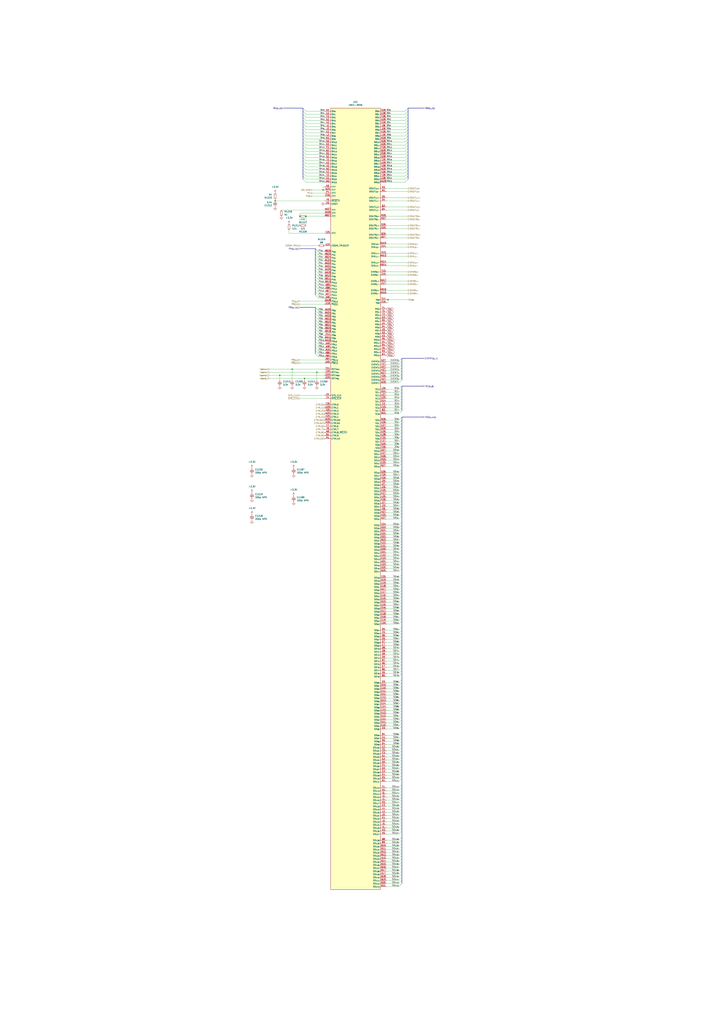
<source format=kicad_sch>
(kicad_sch (version 20231120) (generator "eeschema") (generator_version "8.0")
  (paper "A1" portrait)
  (junction (at 265.43 156.21))
  (junction (at 226.06 165.1))
  (junction (at 260.35 306.07))
  (junction (at 240.03 303.53))
  (junction (at 318.77 246.38))
  (junction (at 250.19 311.15))
  (junction (at 246.38 177.8))
  (junction (at 251.46 177.8))
  (junction (at 229.87 308.61))
  (bus_entry (at 327.66 469.9) (size 2.54 -2.54))
  (bus_entry (at 327.66 462.28) (size 2.54 -2.54))
  (bus_entry (at 327.66 525.78) (size 2.54 -2.54))
  (bus_entry (at 327.66 414.02) (size 2.54 -2.54))
  (bus_entry (at 248.92 147.32) (size 2.54 2.54))
  (bus_entry (at 327.66 358.14) (size 2.54 -2.54))
  (bus_entry (at 248.92 139.7) (size 2.54 2.54))
  (bus_entry (at 327.66 683.26) (size 2.54 -2.54))
  (bus_entry (at 327.66 665.48) (size 2.54 -2.54))
  (bus_entry (at 327.66 406.4) (size 2.54 -2.54))
  (bus_entry (at 327.66 553.72) (size 2.54 -2.54))
  (bus_entry (at 261.62 288.29) (size -2.54 -2.54))
  (bus_entry (at 248.92 137.16) (size 2.54 2.54))
  (bus_entry (at 261.62 255.27) (size -2.54 -2.54))
  (bus_entry (at 327.66 678.18) (size 2.54 -2.54))
  (bus_entry (at 327.66 635) (size 2.54 -2.54))
  (bus_entry (at 259.08 204.47) (size 2.54 2.54))
  (bus_entry (at 248.92 114.3) (size 2.54 2.54))
  (bus_entry (at 248.92 124.46) (size 2.54 2.54))
  (bus_entry (at 327.66 497.84) (size 2.54 -2.54))
  (bus_entry (at 327.66 520.7) (size 2.54 -2.54))
  (bus_entry (at 327.66 561.34) (size 2.54 -2.54))
  (bus_entry (at 327.66 350.52) (size 2.54 -2.54))
  (bus_entry (at 327.66 713.74) (size 2.54 -2.54))
  (bus_entry (at 327.66 685.8) (size 2.54 -2.54))
  (bus_entry (at 335.28 124.46) (size -2.54 2.54))
  (bus_entry (at 327.66 624.84) (size 2.54 -2.54))
  (bus_entry (at 327.66 535.94) (size 2.54 -2.54))
  (bus_entry (at 327.66 330.2) (size 2.54 -2.54))
  (bus_entry (at 335.28 134.62) (size -2.54 2.54))
  (bus_entry (at 327.66 711.2) (size 2.54 -2.54))
  (bus_entry (at 327.66 591.82) (size 2.54 -2.54))
  (bus_entry (at 327.66 421.64) (size 2.54 -2.54))
  (bus_entry (at 261.62 265.43) (size -2.54 -2.54))
  (bus_entry (at 248.92 129.54) (size 2.54 2.54))
  (bus_entry (at 327.66 574.04) (size 2.54 -2.54))
  (bus_entry (at 327.66 586.74) (size 2.54 -2.54))
  (bus_entry (at 327.66 619.76) (size 2.54 -2.54))
  (bus_entry (at 261.62 224.79) (size -2.54 -2.54))
  (bus_entry (at 327.66 449.58) (size 2.54 -2.54))
  (bus_entry (at 327.66 528.32) (size 2.54 -2.54))
  (bus_entry (at 327.66 566.42) (size 2.54 -2.54))
  (bus_entry (at 327.66 655.32) (size 2.54 -2.54))
  (bus_entry (at 261.62 229.87) (size -2.54 -2.54))
  (bus_entry (at 261.62 267.97) (size -2.54 -2.54))
  (bus_entry (at 327.66 492.76) (size 2.54 -2.54))
  (bus_entry (at 261.62 260.35) (size -2.54 -2.54))
  (bus_entry (at 261.62 270.51) (size -2.54 -2.54))
  (bus_entry (at 327.66 327.66) (size 2.54 -2.54))
  (bus_entry (at 327.66 508) (size 2.54 -2.54))
  (bus_entry (at 261.62 273.05) (size -2.54 -2.54))
  (bus_entry (at 327.66 480.06) (size 2.54 -2.54))
  (bus_entry (at 248.92 132.08) (size 2.54 2.54))
  (bus_entry (at 327.66 637.54) (size 2.54 -2.54))
  (bus_entry (at 327.66 424.18) (size 2.54 -2.54))
  (bus_entry (at 248.92 91.44) (size 2.54 2.54))
  (bus_entry (at 327.66 299.72) (size 2.54 -2.54))
  (bus_entry (at 327.66 452.12) (size 2.54 -2.54))
  (bus_entry (at 248.92 142.24) (size 2.54 2.54))
  (bus_entry (at 327.66 355.6) (size 2.54 -2.54))
  (bus_entry (at 327.66 622.3) (size 2.54 -2.54))
  (bus_entry (at 327.66 589.28) (size 2.54 -2.54))
  (bus_entry (at 327.66 612.14) (size 2.54 -2.54))
  (bus_entry (at 335.28 96.52) (size -2.54 2.54))
  (bus_entry (at 327.66 401.32) (size 2.54 -2.54))
  (bus_entry (at 327.66 657.86) (size 2.54 -2.54))
  (bus_entry (at 327.66 627.38) (size 2.54 -2.54))
  (bus_entry (at 327.66 335.28) (size 2.54 -2.54))
  (bus_entry (at 327.66 353.06) (size 2.54 -2.54))
  (bus_entry (at 327.66 490.22) (size 2.54 -2.54))
  (bus_entry (at 248.92 144.78) (size 2.54 2.54))
  (bus_entry (at 327.66 441.96) (size 2.54 -2.54))
  (bus_entry (at 327.66 541.02) (size 2.54 -2.54))
  (bus_entry (at 327.66 617.22) (size 2.54 -2.54))
  (bus_entry (at 327.66 398.78) (size 2.54 -2.54))
  (bus_entry (at 335.28 139.7) (size -2.54 2.54))
  (bus_entry (at 327.66 464.82) (size 2.54 -2.54))
  (bus_entry (at 327.66 454.66) (size 2.54 -2.54))
  (bus_entry (at 261.62 217.17) (size -2.54 -2.54))
  (bus_entry (at 261.62 209.55) (size -2.54 -2.54))
  (bus_entry (at 327.66 378.46) (size 2.54 -2.54))
  (bus_entry (at 327.66 716.28) (size 2.54 -2.54))
  (bus_entry (at 327.66 502.92) (size 2.54 -2.54))
  (bus_entry (at 335.28 129.54) (size -2.54 2.54))
  (bus_entry (at 327.66 726.44) (size 2.54 -2.54))
  (bus_entry (at 327.66 723.9) (size 2.54 -2.54))
  (bus_entry (at 327.66 579.12) (size 2.54 -2.54))
  (bus_entry (at 248.92 101.6) (size 2.54 2.54))
  (bus_entry (at 327.66 370.84) (size 2.54 -2.54))
  (bus_entry (at 327.66 411.48) (size 2.54 -2.54))
  (bus_entry (at 335.28 142.24) (size -2.54 2.54))
  (bus_entry (at 327.66 698.5) (size 2.54 -2.54))
  (bus_entry (at 327.66 660.4) (size 2.54 -2.54))
  (bus_entry (at 327.66 647.7) (size 2.54 -2.54))
  (bus_entry (at 327.66 477.52) (size 2.54 -2.54))
  (bus_entry (at 327.66 322.58) (size 2.54 -2.54))
  (bus_entry (at 259.08 252.73) (size 2.54 2.54))
  (bus_entry (at 327.66 533.4) (size 2.54 -2.54))
  (bus_entry (at 327.66 416.56) (size 2.54 -2.54))
  (bus_entry (at 261.62 245.11) (size -2.54 -2.54))
  (bus_entry (at 327.66 302.26) (size 2.54 -2.54))
  (bus_entry (at 327.66 505.46) (size 2.54 -2.54))
  (bus_entry (at 261.62 222.25) (size -2.54 -2.54))
  (bus_entry (at 327.66 594.36) (size 2.54 -2.54))
  (bus_entry (at 327.66 708.66) (size 2.54 -2.54))
  (bus_entry (at 327.66 690.88) (size 2.54 -2.54))
  (bus_entry (at 248.92 109.22) (size 2.54 2.54))
  (bus_entry (at 327.66 426.72) (size 2.54 -2.54))
  (bus_entry (at 261.62 293.37) (size -2.54 -2.54))
  (bus_entry (at 327.66 431.8) (size 2.54 -2.54))
  (bus_entry (at 248.92 134.62) (size 2.54 2.54))
  (bus_entry (at 261.62 257.81) (size -2.54 -2.54))
  (bus_entry (at 335.28 109.22) (size -2.54 2.54))
  (bus_entry (at 335.28 147.32) (size -2.54 2.54))
  (bus_entry (at 327.66 408.94) (size 2.54 -2.54))
  (bus_entry (at 327.66 523.24) (size 2.54 -2.54))
  (bus_entry (at 261.62 212.09) (size -2.54 -2.54))
  (bus_entry (at 327.66 701.04) (size 2.54 -2.54))
  (bus_entry (at 327.66 485.14) (size 2.54 -2.54))
  (bus_entry (at 327.66 368.3) (size 2.54 -2.54))
  (bus_entry (at 327.66 314.96) (size 2.54 -2.54))
  (bus_entry (at 327.66 513.08) (size 2.54 -2.54))
  (bus_entry (at 248.92 106.68) (size 2.54 2.54))
  (bus_entry (at 261.62 283.21) (size -2.54 -2.54))
  (bus_entry (at 327.66 434.34) (size 2.54 -2.54))
  (bus_entry (at 327.66 325.12) (size 2.54 -2.54))
  (bus_entry (at 327.66 487.68) (size 2.54 -2.54))
  (bus_entry (at 327.66 363.22) (size 2.54 -2.54))
  (bus_entry (at 327.66 652.78) (size 2.54 -2.54))
  (bus_entry (at 327.66 391.16) (size 2.54 -2.54))
  (bus_entry (at 248.92 88.9) (size 2.54 2.54))
  (bus_entry (at 327.66 538.48) (size 2.54 -2.54))
  (bus_entry (at 327.66 307.34) (size 2.54 -2.54))
  (bus_entry (at 327.66 309.88) (size 2.54 -2.54))
  (bus_entry (at 327.66 347.98) (size 2.54 -2.54))
  (bus_entry (at 327.66 304.8) (size 2.54 -2.54))
  (bus_entry (at 335.28 91.44) (size -2.54 2.54))
  (bus_entry (at 327.66 312.42) (size 2.54 -2.54))
  (bus_entry (at 327.66 447.04) (size 2.54 -2.54))
  (bus_entry (at 248.92 121.92) (size 2.54 2.54))
  (bus_entry (at 327.66 571.5) (size 2.54 -2.54))
  (bus_entry (at 335.28 88.9) (size -2.54 2.54))
  (bus_entry (at 248.92 104.14) (size 2.54 2.54))
  (bus_entry (at 327.66 563.88) (size 2.54 -2.54))
  (bus_entry (at 335.28 116.84) (size -2.54 2.54))
  (bus_entry (at 327.66 668.02) (size 2.54 -2.54))
  (bus_entry (at 327.66 546.1) (size 2.54 -2.54))
  (bus_entry (at 327.66 373.38) (size 2.54 -2.54))
  (bus_entry (at 248.92 127) (size 2.54 2.54))
  (bus_entry (at 335.28 132.08) (size -2.54 2.54))
  (bus_entry (at 327.66 530.86) (size 2.54 -2.54))
  (bus_entry (at 335.28 119.38) (size -2.54 2.54))
  (bus_entry (at 261.62 280.67) (size -2.54 -2.54))
  (bus_entry (at 327.66 721.36) (size 2.54 -2.54))
  (bus_entry (at 327.66 457.2) (size 2.54 -2.54))
  (bus_entry (at 327.66 337.82) (size 2.54 -2.54))
  (bus_entry (at 335.28 137.16) (size -2.54 2.54))
  (bus_entry (at 327.66 467.36) (size 2.54 -2.54))
  (bus_entry (at 327.66 495.3) (size 2.54 -2.54))
  (bus_entry (at 261.62 219.71) (size -2.54 -2.54))
  (bus_entry (at 335.28 101.6) (size -2.54 2.54))
  (bus_entry (at 335.28 114.3) (size -2.54 2.54))
  (bus_entry (at 327.66 718.82) (size 2.54 -2.54))
  (bus_entry (at 327.66 706.12) (size 2.54 -2.54))
  (bus_entry (at 327.66 297.18) (size 2.54 -2.54))
  (bus_entry (at 327.66 556.26) (size 2.54 -2.54))
  (bus_entry (at 248.92 116.84) (size 2.54 2.54))
  (bus_entry (at 261.62 278.13) (size -2.54 -2.54))
  (bus_entry (at 327.66 459.74) (size 2.54 -2.54))
  (bus_entry (at 261.62 275.59) (size -2.54 -2.54))
  (bus_entry (at 327.66 629.92) (size 2.54 -2.54))
  (bus_entry (at 327.66 375.92) (size 2.54 -2.54))
  (bus_entry (at 248.92 111.76) (size 2.54 2.54))
  (bus_entry (at 327.66 632.46) (size 2.54 -2.54))
  (bus_entry (at 261.62 214.63) (size -2.54 -2.54))
  (bus_entry (at 261.62 262.89) (size -2.54 -2.54))
  (bus_entry (at 327.66 581.66) (size 2.54 -2.54))
  (bus_entry (at 327.66 728.98) (size 2.54 -2.54))
  (bus_entry (at 327.66 596.9) (size 2.54 -2.54))
  (bus_entry (at 248.92 96.52) (size 2.54 2.54))
  (bus_entry (at 327.66 640.08) (size 2.54 -2.54))
  (bus_entry (at 327.66 662.94) (size 2.54 -2.54))
  (bus_entry (at 327.66 320.04) (size 2.54 -2.54))
  (bus_entry (at 261.62 234.95) (size -2.54 -2.54))
  (bus_entry (at 327.66 444.5) (size 2.54 -2.54))
  (bus_entry (at 335.28 111.76) (size -2.54 2.54))
  (bus_entry (at 327.66 345.44) (size 2.54 -2.54))
  (bus_entry (at 261.62 242.57) (size -2.54 -2.54))
  (bus_entry (at 335.28 127) (size -2.54 2.54))
  (bus_entry (at 327.66 518.16) (size 2.54 -2.54))
  (bus_entry (at 327.66 695.96) (size 2.54 -2.54))
  (bus_entry (at 327.66 482.6) (size 2.54 -2.54))
  (bus_entry (at 248.92 119.38) (size 2.54 2.54))
  (bus_entry (at 327.66 703.58) (size 2.54 -2.54))
  (bus_entry (at 327.66 332.74) (size 2.54 -2.54))
  (bus_entry (at 327.66 650.24) (size 2.54 -2.54))
  (bus_entry (at 327.66 584.2) (size 2.54 -2.54))
  (bus_entry (at 327.66 419.1) (size 2.54 -2.54))
  (bus_entry (at 261.62 237.49) (size -2.54 -2.54))
  (bus_entry (at 327.66 474.98) (size 2.54 -2.54))
  (bus_entry (at 261.62 227.33) (size -2.54 -2.54))
  (bus_entry (at 335.28 106.68) (size -2.54 2.54))
  (bus_entry (at 335.28 104.14) (size -2.54 2.54))
  (bus_entry (at 327.66 609.6) (size 2.54 -2.54))
  (bus_entry (at 335.28 144.78) (size -2.54 2.54))
  (bus_entry (at 327.66 381) (size 2.54 -2.54))
  (bus_entry (at 327.66 439.42) (size 2.54 -2.54))
  (bus_entry (at 248.92 93.98) (size 2.54 2.54))
  (bus_entry (at 327.66 551.18) (size 2.54 -2.54))
  (bus_entry (at 327.66 599.44) (size 2.54 -2.54))
  (bus_entry (at 335.28 121.92) (size -2.54 2.54))
  (bus_entry (at 261.62 285.75) (size -2.54 -2.54))
  (bus_entry (at 327.66 383.54) (size 2.54 -2.54))
  (bus_entry (at 327.66 388.62) (size 2.54 -2.54))
  (bus_entry (at 327.66 396.24) (size 2.54 -2.54))
  (bus_entry (at 261.62 207.01) (size -2.54 -2.54))
  (bus_entry (at 261.62 240.03) (size -2.54 -2.54))
  (bus_entry (at 327.66 360.68) (size 2.54 -2.54))
  (bus_entry (at 327.66 436.88) (size 2.54 -2.54))
  (bus_entry (at 327.66 673.1) (size 2.54 -2.54))
  (bus_entry (at 327.66 340.36) (size 2.54 -2.54))
  (bus_entry (at 327.66 548.64) (size 2.54 -2.54))
  (bus_entry (at 327.66 680.72) (size 2.54 -2.54))
  (bus_entry (at 248.92 99.06) (size 2.54 2.54))
  (bus_entry (at 327.66 607.06) (size 2.54 -2.54))
  (bus_entry (at 327.66 614.68) (size 2.54 -2.54))
  (bus_entry (at 327.66 642.62) (size 2.54 -2.54))
  (bus_entry (at 327.66 500.38) (size 2.54 -2.54))
  (bus_entry (at 327.66 510.54) (size 2.54 -2.54))
  (bus_entry (at 335.28 93.98) (size -2.54 2.54))
  (bus_entry (at 327.66 604.52) (size 2.54 -2.54))
  (bus_entry (at 327.66 576.58) (size 2.54 -2.54))
  (bus_entry (at 261.62 232.41) (size -2.54 -2.54))
  (bus_entry (at 327.66 365.76) (size 2.54 -2.54))
  (bus_entry (at 261.62 290.83) (size -2.54 -2.54))
  (bus_entry (at 327.66 568.96) (size 2.54 -2.54))
  (bus_entry (at 327.66 670.56) (size 2.54 -2.54))
  (bus_entry (at 335.28 99.06) (size -2.54 2.54))
  (bus_entry (at 327.66 393.7) (size 2.54 -2.54))
  (bus_entry (at 327.66 543.56) (size 2.54 -2.54))
  (bus_entry (at 327.66 693.42) (size 2.54 -2.54))
  (bus_entry (at 327.66 675.64) (size 2.54 -2.54))
  (bus_entry (at 327.66 403.86) (size 2.54 -2.54))
  (wire (pts (xy 266.7 127) (xy 251.46 127)))
  (wire (pts (xy 317.5 568.96) (xy 327.66 568.96)))
  (bus (pts (xy 248.92 134.62) (xy 248.92 137.16)))
  (bus (pts (xy 330.2 546.1) (xy 330.2 548.64)))
  (wire (pts (xy 265.43 153.67) (xy 265.43 156.21)))
  (wire (pts (xy 317.5 406.4) (xy 327.66 406.4)))
  (bus (pts (xy 330.2 617.22) (xy 330.2 619.76)))
  (wire (pts (xy 317.5 505.46) (xy 327.66 505.46)))
  (wire (pts (xy 261.62 257.81) (xy 266.7 257.81)))
  (bus (pts (xy 330.2 612.14) (xy 330.2 614.68)))
  (bus (pts (xy 330.2 523.24) (xy 330.2 525.78)))
  (bus (pts (xy 330.2 309.88) (xy 330.2 312.42)))
  (wire (pts (xy 335.28 154.94) (xy 317.5 154.94)))
  (bus (pts (xy 330.2 332.74) (xy 330.2 335.28)))
  (bus (pts (xy 330.2 360.68) (xy 330.2 363.22)))
  (bus (pts (xy 330.2 464.82) (xy 330.2 467.36)))
  (wire (pts (xy 261.62 214.63) (xy 266.7 214.63)))
  (bus (pts (xy 330.2 365.76) (xy 330.2 368.3)))
  (wire (pts (xy 317.5 139.7) (xy 332.74 139.7)))
  (wire (pts (xy 317.5 149.86) (xy 332.74 149.86)))
  (wire (pts (xy 317.5 535.94) (xy 327.66 535.94)))
  (wire (pts (xy 317.5 454.66) (xy 327.66 454.66)))
  (wire (pts (xy 317.5 332.74) (xy 327.66 332.74)))
  (wire (pts (xy 317.5 497.84) (xy 327.66 497.84)))
  (wire (pts (xy 317.5 474.98) (xy 327.66 474.98)))
  (bus (pts (xy 259.08 204.47) (xy 259.08 207.01)))
  (bus (pts (xy 330.2 622.3) (xy 330.2 624.84)))
  (wire (pts (xy 335.28 177.8) (xy 317.5 177.8)))
  (bus (pts (xy 330.2 396.24) (xy 330.2 398.78)))
  (bus (pts (xy 259.08 265.43) (xy 259.08 267.97)))
  (wire (pts (xy 317.5 594.36) (xy 327.66 594.36)))
  (bus (pts (xy 330.2 363.22) (xy 330.2 365.76)))
  (wire (pts (xy 266.7 111.76) (xy 251.46 111.76)))
  (wire (pts (xy 317.5 563.88) (xy 327.66 563.88)))
  (bus (pts (xy 335.28 134.62) (xy 335.28 137.16)))
  (wire (pts (xy 317.5 391.16) (xy 327.66 391.16)))
  (wire (pts (xy 261.62 285.75) (xy 266.7 285.75)))
  (wire (pts (xy 317.5 718.82) (xy 327.66 718.82)))
  (bus (pts (xy 347.98 317.5) (xy 330.2 317.5)))
  (wire (pts (xy 317.5 538.48) (xy 327.66 538.48)))
  (bus (pts (xy 330.2 680.72) (xy 330.2 683.26)))
  (wire (pts (xy 317.5 297.18) (xy 327.66 297.18)))
  (bus (pts (xy 330.2 716.28) (xy 330.2 718.82)))
  (wire (pts (xy 261.62 273.05) (xy 266.7 273.05)))
  (bus (pts (xy 335.28 109.22) (xy 335.28 111.76)))
  (bus (pts (xy 330.2 614.68) (xy 330.2 617.22)))
  (bus (pts (xy 330.2 487.68) (xy 330.2 490.22)))
  (wire (pts (xy 266.7 191.77) (xy 237.49 191.77)))
  (bus (pts (xy 259.08 257.81) (xy 259.08 260.35)))
  (wire (pts (xy 317.5 378.46) (xy 327.66 378.46)))
  (wire (pts (xy 335.28 203.2) (xy 317.5 203.2)))
  (wire (pts (xy 317.5 543.56) (xy 327.66 543.56)))
  (wire (pts (xy 246.38 298.45) (xy 266.7 298.45)))
  (wire (pts (xy 317.5 358.14) (xy 327.66 358.14)))
  (wire (pts (xy 266.7 149.86) (xy 251.46 149.86)))
  (wire (pts (xy 317.5 680.72) (xy 327.66 680.72)))
  (bus (pts (xy 330.2 711.2) (xy 330.2 713.74)))
  (bus (pts (xy 259.08 212.09) (xy 259.08 214.63)))
  (bus (pts (xy 335.28 101.6) (xy 335.28 104.14)))
  (bus (pts (xy 330.2 601.98) (xy 330.2 604.52)))
  (wire (pts (xy 317.5 127) (xy 332.74 127)))
  (wire (pts (xy 266.7 144.78) (xy 251.46 144.78)))
  (wire (pts (xy 231.14 172.72) (xy 266.7 172.72)))
  (bus (pts (xy 330.2 596.9) (xy 330.2 601.98)))
  (wire (pts (xy 317.5 622.3) (xy 327.66 622.3)))
  (wire (pts (xy 317.5 325.12) (xy 327.66 325.12)))
  (bus (pts (xy 335.28 99.06) (xy 335.28 101.6)))
  (wire (pts (xy 335.28 185.42) (xy 317.5 185.42)))
  (wire (pts (xy 335.28 233.68) (xy 317.5 233.68)))
  (bus (pts (xy 330.2 530.86) (xy 330.2 533.4)))
  (bus (pts (xy 248.92 93.98) (xy 248.92 96.52)))
  (wire (pts (xy 220.98 306.07) (xy 260.35 306.07)))
  (bus (pts (xy 330.2 645.16) (xy 330.2 647.7)))
  (wire (pts (xy 335.28 195.58) (xy 317.5 195.58)))
  (bus (pts (xy 330.2 675.64) (xy 330.2 678.18)))
  (wire (pts (xy 317.5 723.9) (xy 327.66 723.9)))
  (wire (pts (xy 261.62 260.35) (xy 266.7 260.35)))
  (wire (pts (xy 261.62 224.79) (xy 266.7 224.79)))
  (wire (pts (xy 335.28 215.9) (xy 317.5 215.9)))
  (wire (pts (xy 266.7 119.38) (xy 251.46 119.38)))
  (wire (pts (xy 317.5 396.24) (xy 327.66 396.24)))
  (wire (pts (xy 256.54 158.75) (xy 266.7 158.75)))
  (bus (pts (xy 330.2 406.4) (xy 330.2 408.94)))
  (wire (pts (xy 317.5 482.6) (xy 327.66 482.6)))
  (bus (pts (xy 330.2 474.98) (xy 330.2 477.52)))
  (wire (pts (xy 317.5 424.18) (xy 327.66 424.18)))
  (wire (pts (xy 220.98 311.15) (xy 250.19 311.15)))
  (bus (pts (xy 330.2 411.48) (xy 330.2 414.02)))
  (wire (pts (xy 317.5 726.44) (xy 327.66 726.44)))
  (wire (pts (xy 335.28 223.52) (xy 317.5 223.52)))
  (bus (pts (xy 259.08 275.59) (xy 259.08 278.13)))
  (bus (pts (xy 330.2 579.12) (xy 330.2 581.66)))
  (wire (pts (xy 317.5 596.9) (xy 327.66 596.9)))
  (wire (pts (xy 317.5 546.1) (xy 327.66 546.1)))
  (wire (pts (xy 317.5 416.56) (xy 327.66 416.56)))
  (bus (pts (xy 259.08 222.25) (xy 259.08 224.79)))
  (wire (pts (xy 317.5 340.36) (xy 327.66 340.36)))
  (bus (pts (xy 330.2 635) (xy 330.2 637.54)))
  (bus (pts (xy 248.92 109.22) (xy 248.92 111.76)))
  (wire (pts (xy 317.5 652.78) (xy 327.66 652.78)))
  (bus (pts (xy 248.92 91.44) (xy 248.92 93.98)))
  (wire (pts (xy 317.5 561.34) (xy 327.66 561.34)))
  (wire (pts (xy 317.5 299.72) (xy 327.66 299.72)))
  (wire (pts (xy 317.5 642.62) (xy 327.66 642.62)))
  (wire (pts (xy 317.5 345.44) (xy 327.66 345.44)))
  (wire (pts (xy 317.5 134.62) (xy 332.74 134.62)))
  (bus (pts (xy 248.92 96.52) (xy 248.92 99.06)))
  (wire (pts (xy 317.5 320.04) (xy 327.66 320.04)))
  (wire (pts (xy 317.5 111.76) (xy 332.74 111.76)))
  (bus (pts (xy 330.2 609.6) (xy 330.2 612.14)))
  (bus (pts (xy 248.92 137.16) (xy 248.92 139.7)))
  (wire (pts (xy 317.5 640.08) (xy 327.66 640.08)))
  (wire (pts (xy 317.5 436.88) (xy 327.66 436.88)))
  (wire (pts (xy 317.5 312.42) (xy 327.66 312.42)))
  (bus (pts (xy 259.08 232.41) (xy 259.08 234.95)))
  (wire (pts (xy 317.5 408.94) (xy 327.66 408.94)))
  (wire (pts (xy 317.5 370.84) (xy 327.66 370.84)))
  (bus (pts (xy 330.2 429.26) (xy 330.2 431.8)))
  (wire (pts (xy 226.06 163.83) (xy 226.06 165.1)))
  (wire (pts (xy 246.38 327.66) (xy 266.7 327.66)))
  (bus (pts (xy 335.28 114.3) (xy 335.28 116.84)))
  (bus (pts (xy 248.92 104.14) (xy 248.92 106.68)))
  (bus (pts (xy 248.92 101.6) (xy 248.92 104.14)))
  (wire (pts (xy 317.5 462.28) (xy 327.66 462.28)))
  (wire (pts (xy 266.7 147.32) (xy 251.46 147.32)))
  (wire (pts (xy 261.62 217.17) (xy 266.7 217.17)))
  (wire (pts (xy 317.5 452.12) (xy 327.66 452.12)))
  (wire (pts (xy 317.5 441.96) (xy 327.66 441.96)))
  (wire (pts (xy 317.5 662.94) (xy 327.66 662.94)))
  (bus (pts (xy 330.2 452.12) (xy 330.2 454.66)))
  (bus (pts (xy 335.28 119.38) (xy 335.28 121.92)))
  (bus (pts (xy 259.08 209.55) (xy 259.08 212.09)))
  (wire (pts (xy 266.7 137.16) (xy 251.46 137.16)))
  (bus (pts (xy 330.2 320.04) (xy 330.2 322.58)))
  (bus (pts (xy 330.2 347.98) (xy 330.2 350.52)))
  (wire (pts (xy 266.7 177.8) (xy 251.46 177.8)))
  (wire (pts (xy 317.5 556.26) (xy 327.66 556.26)))
  (wire (pts (xy 317.5 248.92) (xy 318.77 248.92)))
  (bus (pts (xy 330.2 368.3) (xy 330.2 370.84)))
  (wire (pts (xy 317.5 121.92) (xy 332.74 121.92)))
  (bus (pts (xy 335.28 132.08) (xy 335.28 134.62)))
  (wire (pts (xy 317.5 678.18) (xy 327.66 678.18)))
  (wire (pts (xy 317.5 99.06) (xy 332.74 99.06)))
  (wire (pts (xy 335.28 193.04) (xy 317.5 193.04)))
  (bus (pts (xy 330.2 398.78) (xy 330.2 401.32)))
  (bus (pts (xy 330.2 574.04) (xy 330.2 576.58)))
  (wire (pts (xy 266.7 142.24) (xy 251.46 142.24)))
  (bus (pts (xy 330.2 342.9) (xy 347.98 342.9)))
  (bus (pts (xy 330.2 381) (xy 330.2 386.08)))
  (wire (pts (xy 317.5 495.3) (xy 327.66 495.3)))
  (wire (pts (xy 317.5 393.7) (xy 327.66 393.7)))
  (wire (pts (xy 317.5 685.8) (xy 327.66 685.8)))
  (wire (pts (xy 317.5 116.84) (xy 332.74 116.84)))
  (bus (pts (xy 330.2 604.52) (xy 330.2 607.06)))
  (wire (pts (xy 317.5 706.12) (xy 327.66 706.12)))
  (wire (pts (xy 266.7 139.7) (xy 251.46 139.7)))
  (wire (pts (xy 266.7 134.62) (xy 251.46 134.62)))
  (bus (pts (xy 330.2 335.28) (xy 330.2 337.82)))
  (wire (pts (xy 261.62 237.49) (xy 266.7 237.49)))
  (bus (pts (xy 330.2 330.2) (xy 330.2 332.74)))
  (bus (pts (xy 248.92 124.46) (xy 248.92 127)))
  (bus (pts (xy 330.2 690.88) (xy 330.2 693.42)))
  (bus (pts (xy 330.2 629.92) (xy 330.2 632.46)))
  (wire (pts (xy 317.5 683.26) (xy 327.66 683.26)))
  (wire (pts (xy 317.5 421.64) (xy 327.66 421.64)))
  (wire (pts (xy 317.5 690.88) (xy 327.66 690.88)))
  (wire (pts (xy 317.5 629.92) (xy 327.66 629.92)))
  (bus (pts (xy 335.28 142.24) (xy 335.28 144.78)))
  (bus (pts (xy 248.92 114.3) (xy 248.92 116.84)))
  (bus (pts (xy 330.2 619.76) (xy 330.2 622.3)))
  (bus (pts (xy 330.2 637.54) (xy 330.2 640.08)))
  (bus (pts (xy 330.2 594.36) (xy 330.2 596.9)))
  (bus (pts (xy 330.2 693.42) (xy 330.2 695.96)))
  (bus (pts (xy 330.2 688.34) (xy 330.2 690.88)))
  (bus (pts (xy 330.2 566.42) (xy 330.2 568.96)))
  (bus (pts (xy 259.08 270.51) (xy 259.08 273.05)))
  (bus (pts (xy 330.2 472.44) (xy 330.2 474.98)))
  (bus (pts (xy 330.2 421.64) (xy 330.2 424.18)))
  (bus (pts (xy 330.2 518.16) (xy 330.2 520.7)))
  (bus (pts (xy 330.2 297.18) (xy 330.2 299.72)))
  (bus (pts (xy 330.2 548.64) (xy 330.2 551.18)))
  (wire (pts (xy 317.5 137.16) (xy 332.74 137.16)))
  (wire (pts (xy 261.62 267.97) (xy 266.7 267.97)))
  (wire (pts (xy 250.19 311.15) (xy 250.19 312.42)))
  (bus (pts (xy 330.2 701.04) (xy 330.2 703.58)))
  (bus (pts (xy 259.08 273.05) (xy 259.08 275.59)))
  (wire (pts (xy 317.5 624.84) (xy 327.66 624.84)))
  (bus (pts (xy 330.2 375.92) (xy 330.2 378.46)))
  (wire (pts (xy 317.5 309.88) (xy 327.66 309.88)))
  (bus (pts (xy 248.92 144.78) (xy 248.92 147.32)))
  (bus (pts (xy 248.92 142.24) (xy 248.92 144.78)))
  (wire (pts (xy 266.7 129.54) (xy 251.46 129.54)))
  (wire (pts (xy 317.5 589.28) (xy 327.66 589.28)))
  (bus (pts (xy 330.2 662.94) (xy 330.2 665.48)))
  (bus (pts (xy 248.92 139.7) (xy 248.92 142.24)))
  (wire (pts (xy 266.7 101.6) (xy 251.46 101.6)))
  (bus (pts (xy 330.2 640.08) (xy 330.2 645.16)))
  (bus (pts (xy 335.28 127) (xy 335.28 129.54)))
  (bus (pts (xy 259.08 283.21) (xy 259.08 285.75)))
  (wire (pts (xy 317.5 459.74) (xy 327.66 459.74)))
  (wire (pts (xy 317.5 591.82) (xy 327.66 591.82)))
  (bus (pts (xy 330.2 353.06) (xy 330.2 355.6)))
  (wire (pts (xy 317.5 106.68) (xy 332.74 106.68)))
  (wire (pts (xy 317.5 337.82) (xy 327.66 337.82)))
  (wire (pts (xy 317.5 619.76) (xy 327.66 619.76)))
  (wire (pts (xy 220.98 308.61) (xy 229.87 308.61)))
  (wire (pts (xy 260.35 312.42) (xy 260.35 306.07)))
  (wire (pts (xy 317.5 414.02) (xy 327.66 414.02)))
  (bus (pts (xy 330.2 345.44) (xy 330.2 347.98)))
  (bus (pts (xy 330.2 350.52) (xy 330.2 353.06)))
  (bus (pts (xy 248.92 127) (xy 248.92 129.54)))
  (bus (pts (xy 330.2 551.18) (xy 330.2 553.72)))
  (wire (pts (xy 317.5 93.98) (xy 332.74 93.98)))
  (wire (pts (xy 317.5 447.04) (xy 327.66 447.04)))
  (bus (pts (xy 330.2 655.32) (xy 330.2 657.86)))
  (bus (pts (xy 330.2 416.56) (xy 330.2 419.1)))
  (wire (pts (xy 317.5 353.06) (xy 327.66 353.06)))
  (bus (pts (xy 248.92 116.84) (xy 248.92 119.38)))
  (bus (pts (xy 330.2 713.74) (xy 330.2 716.28)))
  (bus (pts (xy 259.08 224.79) (xy 259.08 227.33)))
  (bus (pts (xy 259.08 252.73) (xy 259.08 255.27)))
  (wire (pts (xy 317.5 695.96) (xy 327.66 695.96)))
  (wire (pts (xy 317.5 528.32) (xy 327.66 528.32)))
  (wire (pts (xy 317.5 330.2) (xy 327.66 330.2)))
  (wire (pts (xy 261.62 278.13) (xy 266.7 278.13)))
  (wire (pts (xy 317.5 701.04) (xy 327.66 701.04)))
  (wire (pts (xy 229.87 312.42) (xy 229.87 308.61)))
  (bus (pts (xy 330.2 721.36) (xy 330.2 723.9)))
  (bus (pts (xy 330.2 439.42) (xy 330.2 441.96)))
  (wire (pts (xy 261.62 262.89) (xy 266.7 262.89)))
  (wire (pts (xy 317.5 419.1) (xy 327.66 419.1)))
  (bus (pts (xy 330.2 370.84) (xy 330.2 373.38)))
  (bus (pts (xy 330.2 317.5) (xy 330.2 320.04)))
  (wire (pts (xy 261.62 209.55) (xy 266.7 209.55)))
  (wire (pts (xy 317.5 350.52) (xy 327.66 350.52)))
  (bus (pts (xy 330.2 502.92) (xy 330.2 505.46)))
  (bus (pts (xy 335.28 88.9) (xy 335.28 91.44)))
  (bus (pts (xy 330.2 454.66) (xy 330.2 457.2)))
  (bus (pts (xy 335.28 93.98) (xy 335.28 96.52)))
  (wire (pts (xy 317.5 533.4) (xy 327.66 533.4)))
  (wire (pts (xy 317.5 480.06) (xy 327.66 480.06)))
  (wire (pts (xy 261.62 232.41) (xy 266.7 232.41)))
  (bus (pts (xy 330.2 307.34) (xy 330.2 309.88)))
  (bus (pts (xy 347.98 88.9) (xy 335.28 88.9)))
  (bus (pts (xy 330.2 683.26) (xy 330.2 688.34)))
  (bus (pts (xy 259.08 227.33) (xy 259.08 229.87)))
  (wire (pts (xy 261.62 227.33) (xy 266.7 227.33)))
  (bus (pts (xy 330.2 508) (xy 330.2 510.54)))
  (bus (pts (xy 330.2 497.84) (xy 330.2 500.38)))
  (bus (pts (xy 330.2 668.02) (xy 330.2 670.56)))
  (wire (pts (xy 317.5 109.22) (xy 332.74 109.22)))
  (wire (pts (xy 317.5 368.3) (xy 327.66 368.3)))
  (bus (pts (xy 330.2 424.18) (xy 330.2 429.26)))
  (bus (pts (xy 330.2 576.58) (xy 330.2 579.12)))
  (wire (pts (xy 317.5 360.68) (xy 327.66 360.68)))
  (wire (pts (xy 226.06 165.1) (xy 266.7 165.1)))
  (wire (pts (xy 317.5 500.38) (xy 327.66 500.38)))
  (bus (pts (xy 347.98 294.64) (xy 330.2 294.64)))
  (bus (pts (xy 330.2 467.36) (xy 330.2 472.44)))
  (wire (pts (xy 317.5 553.72) (xy 327.66 553.72)))
  (bus (pts (xy 335.28 106.68) (xy 335.28 109.22)))
  (wire (pts (xy 317.5 698.5) (xy 327.66 698.5)))
  (wire (pts (xy 317.5 660.4) (xy 327.66 660.4)))
  (wire (pts (xy 317.5 708.66) (xy 327.66 708.66)))
  (wire (pts (xy 317.5 403.86) (xy 327.66 403.86)))
  (bus (pts (xy 330.2 657.86) (xy 330.2 660.4)))
  (bus (pts (xy 330.2 718.82) (xy 330.2 721.36)))
  (wire (pts (xy 317.5 665.48) (xy 327.66 665.48)))
  (wire (pts (xy 317.5 614.68) (xy 327.66 614.68)))
  (bus (pts (xy 335.28 111.76) (xy 335.28 114.3)))
  (bus (pts (xy 330.2 558.8) (xy 330.2 561.34)))
  (wire (pts (xy 266.7 96.52) (xy 251.46 96.52)))
  (wire (pts (xy 317.5 711.2) (xy 327.66 711.2)))
  (bus (pts (xy 248.92 121.92) (xy 248.92 124.46)))
  (wire (pts (xy 265.43 156.21) (xy 266.7 156.21)))
  (bus (pts (xy 335.28 129.54) (xy 335.28 132.08)))
  (bus (pts (xy 330.2 563.88) (xy 330.2 566.42)))
  (bus (pts (xy 330.2 485.14) (xy 330.2 487.68)))
  (bus (pts (xy 335.28 139.7) (xy 335.28 142.24)))
  (wire (pts (xy 246.38 247.65) (xy 266.7 247.65)))
  (bus (pts (xy 330.2 342.9) (xy 330.2 345.44)))
  (wire (pts (xy 317.5 668.02) (xy 327.66 668.02)))
  (bus (pts (xy 248.92 129.54) (xy 248.92 132.08)))
  (wire (pts (xy 317.5 612.14) (xy 327.66 612.14)))
  (wire (pts (xy 261.62 255.27) (xy 266.7 255.27)))
  (wire (pts (xy 317.5 525.78) (xy 327.66 525.78)))
  (wire (pts (xy 335.28 200.66) (xy 317.5 200.66)))
  (bus (pts (xy 330.2 299.72) (xy 330.2 302.26)))
  (wire (pts (xy 317.5 347.98) (xy 327.66 347.98)))
  (bus (pts (xy 248.92 88.9) (xy 248.92 91.44)))
  (bus (pts (xy 330.2 584.2) (xy 330.2 586.74)))
  (wire (pts (xy 317.5 523.24) (xy 327.66 523.24)))
  (bus (pts (xy 335.28 91.44) (xy 335.28 93.98)))
  (wire (pts (xy 317.5 426.72) (xy 327.66 426.72)))
  (wire (pts (xy 317.5 381) (xy 327.66 381)))
  (bus (pts (xy 330.2 543.56) (xy 330.2 546.1)))
  (wire (pts (xy 335.28 162.56) (xy 317.5 162.56)))
  (bus (pts (xy 259.08 285.75) (xy 259.08 288.29)))
  (bus (pts (xy 259.08 260.35) (xy 259.08 262.89)))
  (bus (pts (xy 330.2 591.82) (xy 330.2 594.36)))
  (bus (pts (xy 330.2 525.78) (xy 330.2 528.32)))
  (bus (pts (xy 330.2 670.56) (xy 330.2 673.1)))
  (wire (pts (xy 266.7 132.08) (xy 251.46 132.08)))
  (bus (pts (xy 330.2 444.5) (xy 330.2 447.04)))
  (wire (pts (xy 335.28 170.18) (xy 317.5 170.18)))
  (wire (pts (xy 317.5 327.66) (xy 327.66 327.66)))
  (wire (pts (xy 266.7 104.14) (xy 251.46 104.14)))
  (wire (pts (xy 240.03 303.53) (xy 266.7 303.53)))
  (wire (pts (xy 246.38 201.93) (xy 261.62 201.93)))
  (bus (pts (xy 330.2 652.78) (xy 330.2 655.32)))
  (wire (pts (xy 260.35 306.07) (xy 266.7 306.07)))
  (wire (pts (xy 317.5 492.76) (xy 327.66 492.76)))
  (bus (pts (xy 330.2 665.48) (xy 330.2 668.02)))
  (wire (pts (xy 335.28 218.44) (xy 317.5 218.44)))
  (bus (pts (xy 330.2 698.5) (xy 330.2 701.04)))
  (bus (pts (xy 330.2 581.66) (xy 330.2 584.2)))
  (wire (pts (xy 335.28 238.76) (xy 317.5 238.76)))
  (bus (pts (xy 330.2 477.52) (xy 330.2 480.06)))
  (bus (pts (xy 330.2 431.8) (xy 330.2 434.34)))
  (wire (pts (xy 317.5 574.04) (xy 327.66 574.04)))
  (bus (pts (xy 259.08 240.03) (xy 259.08 242.57)))
  (wire (pts (xy 317.5 314.96) (xy 327.66 314.96)))
  (wire (pts (xy 317.5 693.42) (xy 327.66 693.42)))
  (wire (pts (xy 246.38 325.12) (xy 266.7 325.12)))
  (bus (pts (xy 330.2 373.38) (xy 330.2 375.92)))
  (bus (pts (xy 330.2 723.9) (xy 330.2 726.44)))
  (wire (pts (xy 266.7 153.67) (xy 265.43 153.67)))
  (bus (pts (xy 330.2 378.46) (xy 330.2 381)))
  (wire (pts (xy 261.62 283.21) (xy 266.7 283.21)))
  (wire (pts (xy 317.5 101.6) (xy 332.74 101.6)))
  (wire (pts (xy 266.7 91.44) (xy 251.46 91.44)))
  (wire (pts (xy 317.5 439.42) (xy 327.66 439.42)))
  (wire (pts (xy 317.5 548.64) (xy 327.66 548.64)))
  (bus (pts (xy 330.2 434.34) (xy 330.2 436.88)))
  (wire (pts (xy 317.5 530.86) (xy 327.66 530.86)))
  (wire (pts (xy 261.62 265.43) (xy 266.7 265.43)))
  (bus (pts (xy 330.2 533.4) (xy 330.2 535.94)))
  (wire (pts (xy 317.5 635) (xy 327.66 635)))
  (bus (pts (xy 330.2 568.96) (xy 330.2 571.5)))
  (bus (pts (xy 330.2 695.96) (xy 330.2 698.5)))
  (wire (pts (xy 317.5 675.64) (xy 327.66 675.64)))
  (wire (pts (xy 317.5 302.26) (xy 327.66 302.26)))
  (bus (pts (xy 330.2 393.7) (xy 330.2 396.24)))
  (wire (pts (xy 317.5 673.1) (xy 327.66 673.1)))
  (bus (pts (xy 335.28 144.78) (xy 335.28 147.32)))
  (bus (pts (xy 330.2 401.32) (xy 330.2 403.86)))
  (wire (pts (xy 317.5 627.38) (xy 327.66 627.38)))
  (bus (pts (xy 330.2 322.58) (xy 330.2 325.12)))
  (wire (pts (xy 261.62 290.83) (xy 266.7 290.83)))
  (wire (pts (xy 317.5 322.58) (xy 327.66 322.58)))
  (wire (pts (xy 256.54 156.21) (xy 265.43 156.21)))
  (wire (pts (xy 317.5 650.24) (xy 327.66 650.24)))
  (wire (pts (xy 317.5 449.58) (xy 327.66 449.58)))
  (wire (pts (xy 266.7 106.68) (xy 251.46 106.68)))
  (wire (pts (xy 317.5 655.32) (xy 327.66 655.32)))
  (bus (pts (xy 330.2 586.74) (xy 330.2 589.28)))
  (bus (pts (xy 330.2 462.28) (xy 330.2 464.82)))
  (bus (pts (xy 259.08 214.63) (xy 259.08 217.17)))
  (wire (pts (xy 335.28 165.1) (xy 317.5 165.1)))
  (wire (pts (xy 317.5 142.24) (xy 332.74 142.24)))
  (wire (pts (xy 317.5 508) (xy 327.66 508)))
  (wire (pts (xy 318.77 246.38) (xy 335.28 246.38)))
  (wire (pts (xy 317.5 307.34) (xy 327.66 307.34)))
  (wire (pts (xy 317.5 388.62) (xy 327.66 388.62)))
  (bus (pts (xy 330.2 414.02) (xy 330.2 416.56)))
  (bus (pts (xy 248.92 88.9) (xy 233.68 88.9)))
  (wire (pts (xy 317.5 566.42) (xy 327.66 566.42)))
  (bus (pts (xy 259.08 267.97) (xy 259.08 270.51)))
  (wire (pts (xy 335.28 241.3) (xy 317.5 241.3)))
  (wire (pts (xy 335.28 180.34) (xy 317.5 180.34)))
  (wire (pts (xy 317.5 576.58) (xy 327.66 576.58)))
  (bus (pts (xy 259.08 262.89) (xy 259.08 265.43)))
  (wire (pts (xy 246.38 250.19) (xy 266.7 250.19)))
  (bus (pts (xy 330.2 515.62) (xy 330.2 518.16)))
  (wire (pts (xy 335.28 172.72) (xy 317.5 172.72)))
  (bus (pts (xy 330.2 706.12) (xy 330.2 708.66)))
  (bus (pts (xy 246.38 252.73) (xy 259.08 252.73)))
  (wire (pts (xy 317.5 477.52) (xy 327.66 477.52)))
  (wire (pts (xy 229.87 308.61) (xy 266.7 308.61)))
  (bus (pts (xy 330.2 403.86) (xy 330.2 406.4)))
  (bus (pts (xy 330.2 441.96) (xy 330.2 444.5)))
  (wire (pts (xy 317.5 670.56) (xy 327.66 670.56)))
  (wire (pts (xy 317.5 703.58) (xy 327.66 703.58)))
  (wire (pts (xy 261.62 275.59) (xy 266.7 275.59)))
  (bus (pts (xy 330.2 607.06) (xy 330.2 609.6)))
  (wire (pts (xy 317.5 586.74) (xy 327.66 586.74)))
  (bus (pts (xy 330.2 495.3) (xy 330.2 497.84)))
  (bus (pts (xy 330.2 419.1) (xy 330.2 421.64)))
  (wire (pts (xy 261.62 212.09) (xy 266.7 212.09)))
  (bus (pts (xy 330.2 571.5) (xy 330.2 574.04)))
  (wire (pts (xy 317.5 581.66) (xy 327.66 581.66)))
  (wire (pts (xy 317.5 604.52) (xy 327.66 604.52)))
  (bus (pts (xy 330.2 510.54) (xy 330.2 515.62)))
  (bus (pts (xy 335.28 137.16) (xy 335.28 139.7)))
  (wire (pts (xy 317.5 119.38) (xy 332.74 119.38)))
  (wire (pts (xy 317.5 434.34) (xy 327.66 434.34)))
  (bus (pts (xy 259.08 288.29) (xy 259.08 290.83)))
  (wire (pts (xy 251.46 177.8) (xy 251.46 185.42)))
  (wire (pts (xy 317.5 490.22) (xy 327.66 490.22)))
  (bus (pts (xy 330.2 459.74) (xy 330.2 462.28)))
  (bus (pts (xy 259.08 255.27) (xy 259.08 257.81)))
  (wire (pts (xy 317.5 579.12) (xy 327.66 579.12)))
  (wire (pts (xy 335.28 208.28) (xy 317.5 208.28)))
  (wire (pts (xy 266.7 311.15) (xy 250.19 311.15)))
  (wire (pts (xy 317.5 632.46) (xy 327.66 632.46)))
  (wire (pts (xy 317.5 510.54) (xy 327.66 510.54)))
  (bus (pts (xy 330.2 449.58) (xy 330.2 452.12)))
  (bus (pts (xy 330.2 294.64) (xy 330.2 297.18)))
  (wire (pts (xy 317.5 571.5) (xy 327.66 571.5)))
  (bus (pts (xy 248.92 119.38) (xy 248.92 121.92)))
  (wire (pts (xy 317.5 144.78) (xy 332.74 144.78)))
  (wire (pts (xy 261.62 242.57) (xy 266.7 242.57)))
  (wire (pts (xy 335.28 231.14) (xy 317.5 231.14)))
  (bus (pts (xy 330.2 673.1) (xy 330.2 675.64)))
  (wire (pts (xy 266.7 109.22) (xy 251.46 109.22)))
  (wire (pts (xy 335.28 210.82) (xy 317.5 210.82)))
  (wire (pts (xy 317.5 91.44) (xy 332.74 91.44)))
  (wire (pts (xy 317.5 383.54) (xy 327.66 383.54)))
  (wire (pts (xy 317.5 431.8) (xy 327.66 431.8)))
  (wire (pts (xy 317.5 129.54) (xy 332.74 129.54)))
  (wire (pts (xy 317.5 444.5) (xy 327.66 444.5)))
  (bus (pts (xy 330.2 355.6) (xy 330.2 358.14)))
  (bus (pts (xy 330.2 388.62) (xy 330.2 391.16)))
  (wire (pts (xy 317.5 467.36) (xy 327.66 467.36)))
  (wire (pts (xy 317.5 657.86) (xy 327.66 657.86)))
  (wire (pts (xy 335.28 187.96) (xy 317.5 187.96)))
  (wire (pts (xy 317.5 502.92) (xy 327.66 502.92)))
  (wire (pts (xy 317.5 114.3) (xy 332.74 114.3)))
  (bus (pts (xy 330.2 436.88) (xy 330.2 439.42)))
  (bus (pts (xy 330.2 589.28) (xy 330.2 591.82)))
  (bus (pts (xy 330.2 327.66) (xy 330.2 330.2)))
  (wire (pts (xy 261.62 293.37) (xy 266.7 293.37)))
  (wire (pts (xy 317.5 551.18) (xy 327.66 551.18)))
  (wire (pts (xy 220.98 303.53) (xy 240.03 303.53)))
  (wire (pts (xy 317.5 401.32) (xy 327.66 401.32)))
  (bus (pts (xy 259.08 229.87) (xy 259.08 232.41)))
  (bus (pts (xy 259.08 278.13) (xy 259.08 280.67)))
  (wire (pts (xy 266.7 116.84) (xy 251.46 116.84)))
  (bus (pts (xy 330.2 480.06) (xy 330.2 482.6)))
  (wire (pts (xy 317.5 716.28) (xy 327.66 716.28)))
  (bus (pts (xy 248.92 99.06) (xy 248.92 101.6)))
  (bus (pts (xy 330.2 490.22) (xy 330.2 492.76)))
  (wire (pts (xy 261.62 234.95) (xy 266.7 234.95)))
  (bus (pts (xy 330.2 457.2) (xy 330.2 459.74)))
  (wire (pts (xy 246.38 175.26) (xy 246.38 177.8)))
  (wire (pts (xy 317.5 637.54) (xy 327.66 637.54)))
  (wire (pts (xy 317.5 104.14) (xy 332.74 104.14)))
  (wire (pts (xy 317.5 721.36) (xy 327.66 721.36)))
  (wire (pts (xy 317.5 599.44) (xy 327.66 599.44)))
  (wire (pts (xy 317.5 398.78) (xy 327.66 398.78)))
  (bus (pts (xy 330.2 528.32) (xy 330.2 530.86)))
  (bus (pts (xy 330.2 538.48) (xy 330.2 541.02)))
  (bus (pts (xy 330.2 492.76) (xy 330.2 495.3)))
  (bus (pts (xy 259.08 280.67) (xy 259.08 283.21)))
  (wire (pts (xy 317.5 355.6) (xy 327.66 355.6)))
  (wire (pts (xy 317.5 304.8) (xy 327.66 304.8)))
  (bus (pts (xy 259.08 207.01) (xy 259.08 209.55)))
  (bus (pts (xy 330.2 561.34) (xy 330.2 563.88)))
  (wire (pts (xy 261.62 270.51) (xy 266.7 270.51)))
  (wire (pts (xy 317.5 518.16) (xy 327.66 518.16)))
  (wire (pts (xy 317.5 132.08) (xy 332.74 132.08)))
  (wire (pts (xy 317.5 147.32) (xy 332.74 147.32)))
  (wire (pts (xy 318.77 248.92) (xy 318.77 246.38)))
  (bus (pts (xy 330.2 678.18) (xy 330.2 680.72)))
  (bus (pts (xy 330.2 535.94) (xy 330.2 538.48)))
  (bus (pts (xy 330.2 408.94) (xy 330.2 411.48)))
  (bus (pts (xy 330.2 391.16) (xy 330.2 393.7)))
  (wire (pts (xy 317.5 411.48) (xy 327.66 411.48)))
  (wire (pts (xy 261.62 280.67) (xy 266.7 280.67)))
  (bus (pts (xy 330.2 624.84) (xy 330.2 627.38)))
  (wire (pts (xy 237.49 191.77) (xy 237.49 189.23)))
  (wire (pts (xy 317.5 617.22) (xy 327.66 617.22)))
  (bus (pts (xy 248.92 132.08) (xy 248.92 134.62)))
  (wire (pts (xy 261.62 229.87) (xy 266.7 229.87)))
  (wire (pts (xy 317.5 373.38) (xy 327.66 373.38)))
  (wire (pts (xy 317.5 487.68) (xy 327.66 487.68)))
  (bus (pts (xy 335.28 124.46) (xy 335.28 127)))
  (bus (pts (xy 330.2 708.66) (xy 330.2 711.2)))
  (wire (pts (xy 246.38 175.26) (xy 266.7 175.26)))
  (bus (pts (xy 330.2 520.7) (xy 330.2 523.24)))
  (bus (pts (xy 335.28 96.52) (xy 335.28 99.06)))
  (wire (pts (xy 240.03 312.42) (xy 240.03 303.53)))
  (wire (pts (xy 266.7 124.46) (xy 251.46 124.46)))
  (bus (pts (xy 330.2 505.46) (xy 330.2 508)))
  (bus (pts (xy 259.08 237.49) (xy 259.08 240.03)))
  (wire (pts (xy 317.5 96.52) (xy 332.74 96.52)))
  (wire (pts (xy 317.5 541.02) (xy 327.66 541.02)))
  (wire (pts (xy 317.5 728.98) (xy 327.66 728.98)))
  (wire (pts (xy 317.5 713.74) (xy 327.66 713.74)))
  (wire (pts (xy 317.5 375.92) (xy 327.66 375.92)))
  (bus (pts (xy 330.2 632.46) (xy 330.2 635)))
  (bus (pts (xy 330.2 386.08) (xy 330.2 388.62)))
  (wire (pts (xy 261.62 207.01) (xy 266.7 207.01)))
  (wire (pts (xy 317.5 469.9) (xy 327.66 469.9)))
  (wire (pts (xy 317.5 457.2) (xy 327.66 457.2)))
  (wire (pts (xy 317.5 520.7) (xy 327.66 520.7)))
  (wire (pts (xy 261.62 219.71) (xy 266.7 219.71)))
  (wire (pts (xy 317.5 485.14) (xy 327.66 485.14)))
  (wire (pts (xy 266.7 114.3) (xy 251.46 114.3)))
  (wire (pts (xy 317.5 124.46) (xy 332.74 124.46)))
  (wire (pts (xy 335.28 226.06) (xy 317.5 226.06)))
  (bus (pts (xy 330.2 627.38) (xy 330.2 629.92)))
  (bus (pts (xy 330.2 302.26) (xy 330.2 304.8)))
  (bus (pts (xy 330.2 482.6) (xy 330.2 485.14)))
  (wire (pts (xy 266.7 99.06) (xy 251.46 99.06)))
  (wire (pts (xy 317.5 464.82) (xy 327.66 464.82)))
  (bus (pts (xy 335.28 116.84) (xy 335.28 119.38)))
  (wire (pts (xy 266.7 93.98) (xy 251.46 93.98)))
  (wire (pts (xy 261.62 222.25) (xy 266.7 222.25)))
  (wire (pts (xy 261.62 240.03) (xy 266.7 240.03)))
  (wire (pts (xy 317.5 363.22) (xy 327.66 363.22)))
  (wire (pts (xy 256.54 161.29) (xy 266.7 161.29)))
  (wire (pts (xy 317.5 335.28) (xy 327.66 335.28)))
  (bus (pts (xy 330.2 541.02) (xy 330.2 543.56)))
  (wire (pts (xy 261.62 288.29) (xy 266.7 288.29)))
  (wire (pts (xy 246.38 177.8) (xy 246.38 185.42)))
  (wire (pts (xy 317.5 584.2) (xy 327.66 584.2)))
  (bus (pts (xy 335.28 104.14) (xy 335.28 106.68)))
  (bus (pts (xy 330.2 660.4) (xy 330.2 662.94)))
  (wire (pts (xy 266.7 121.92) (xy 251.46 121.92)))
  (bus (pts (xy 330.2 304.8) (xy 330.2 307.34)))
  (bus (pts (xy 330.2 500.38) (xy 330.2 502.92)))
  (wire (pts (xy 317.5 647.7) (xy 327.66 647.7)))
  (bus (pts (xy 330.2 325.12) (xy 330.2 327.66)))
  (bus (pts (xy 248.92 106.68) (xy 248.92 109.22)))
  (bus (pts (xy 259.08 234.95) (xy 259.08 237.49)))
  (bus (pts (xy 335.28 121.92) (xy 335.28 124.46)))
  (bus (pts (xy 259.08 217.17) (xy 259.08 219.71)))
  (wire (pts (xy 317.5 513.08) (xy 327.66 513.08)))
  (wire (pts (xy 317.5 365.76) (xy 327.66 365.76)))
  (bus (pts (xy 330.2 553.72) (xy 330.2 558.8)))
  (bus (pts (xy 330.2 703.58) (xy 330.2 706.12)))
  (wire (pts (xy 261.62 245.11) (xy 266.7 245.11)))
  (wire (pts (xy 317.5 609.6) (xy 327.66 609.6)))
  (bus (pts (xy 330.2 647.7) (xy 330.2 650.24)))
  (bus (pts (xy 330.2 650.24) (xy 330.2 652.78)))
  (bus (pts (xy 246.38 204.47) (xy 259.08 204.47)))
  (bus (pts (xy 330.2 358.14) (xy 330.2 360.68)))
  (wire (pts (xy 317.5 246.38) (xy 318.77 246.38)))
  (bus (pts (xy 248.92 111.76) (xy 248.92 114.3)))
  (bus (pts (xy 330.2 447.04) (xy 330.2 449.58)))
  (wire (pts (xy 335.28 157.48) (xy 317.5 157.48)))
  (wire (pts (xy 246.38 295.91) (xy 266.7 295.91)))
  (bus (pts (xy 259.08 219.71) (xy 259.08 222.25)))
  (wire (pts (xy 317.5 607.06) (xy 327.66 607.06)))
  (label "EVENT_{6}" (at 327.66 312.42 180))
  (label "BA_{1}" (at 266.7 93.98 180))
  (label "SD_{37}" (at 327.66 444.5 180))
  (label "PA_{6}" (at 261.62 222.25 0))
  (label "SD_{17}" (at 327.66 391.16 180))
  (label "SD_{134}" (at 327.66 706.12 180))
  (label "PA_{10}" (at 261.62 232.41 0))
  (label "SD_{96}" (at 327.66 604.52 180))
  (label "SD_{87}" (at 327.66 579.12 180))
  (label "SD_{9}" (at 327.66 368.3 180))
  (label "SD_{47}" (at 327.66 469.9 180))
  (label "SC_{8}" (at 327.66 340.36 180))
  (label "SC_{7}" (at 327.66 337.82 180))
  (label "SD_{90}" (at 327.66 586.74 180))
  (label "PA_{2}" (at 261.62 212.09 0))
  (label "BB_{18}" (at 317.5 137.16 0))
  (label "SD_{111}" (at 327.66 642.62 180))
  (label "PB_{4}" (at 261.62 265.43 0))
  (label "SD_{55}" (at 327.66 492.76 180))
  (label "PB_{5}" (at 261.62 267.97 0))
  (label "SD_{16}" (at 327.66 388.62 180))
  (label "SD_{39}" (at 327.66 449.58 180))
  (label "BA_{13}" (at 266.7 124.46 180))
  (label "SD_{43}" (at 327.66 459.74 180))
  (label "SD_{20}" (at 327.66 398.78 180))
  (label "BB_{16}" (at 317.5 132.08 0))
  (label "BB_{19}" (at 317.5 139.7 0))
  (label "BB_{12}" (at 317.5 121.92 0))
  (label "SC_{5}" (at 327.66 332.74 180))
  (label "SD_{26}" (at 327.66 414.02 180))
  (label "BA_{8}" (at 266.7 111.76 180))
  (label "BB_{21}" (at 317.5 144.78 0))
  (label "BB_{1}" (at 317.5 93.98 0))
  (label "SD_{34}" (at 327.66 436.88 180))
  (label "SC_{6}" (at 327.66 335.28 180))
  (label "SD_{7}" (at 327.66 363.22 180))
  (label "PA_{14}" (at 261.62 242.57 0))
  (label "SD_{23}" (at 327.66 406.4 180))
  (label "SD_{42}" (at 327.66 457.2 180))
  (label "BB_{2}" (at 317.5 96.52 0))
  (label "PA_{11}" (at 261.62 234.95 0))
  (label "SD_{139}" (at 327.66 718.82 180))
  (label "SD_{78}" (at 327.66 553.72 180))
  (label "SD_{106}" (at 327.66 629.92 180))
  (label "SD_{18}" (at 327.66 393.7 180))
  (label "SD_{135}" (at 327.66 708.66 180))
  (label "SD_{83}" (at 327.66 568.96 180))
  (label "BA_{20}" (at 266.7 142.24 180))
  (label "SD_{10}" (at 327.66 370.84 180))
  (label "SD_{67}" (at 327.66 525.78 180))
  (label "SD_{66}" (at 327.66 523.24 180))
  (label "SD_{32}" (at 327.66 431.8 180))
  (label "SD_{102}" (at 327.66 619.76 180))
  (label "SD_{64}" (at 327.66 518.16 180))
  (label "SD_{69}" (at 327.66 530.86 180))
  (label "BB_{7}" (at 317.5 109.22 0))
  (label "SD_{79}" (at 327.66 556.26 180))
  (label "SD_{56}" (at 327.66 495.3 180))
  (label "SD_{60}" (at 327.66 505.46 180))
  (label "PB_{11}" (at 261.62 283.21 0))
  (label "PA_{13}" (at 261.62 240.03 0))
  (label "EVENT_{2}" (at 327.66 302.26 180))
  (label "SD_{36}" (at 327.66 441.96 180))
  (label "BB_{17}" (at 317.5 134.62 0))
  (label "SD_{138}" (at 327.66 716.28 180))
  (label "PB_{9}" (at 261.62 278.13 0))
  (label "EVENT_{7}" (at 327.66 314.96 180))
  (label "SD_{44}" (at 327.66 462.28 180))
  (label "SC_{2}" (at 327.66 325.12 180))
  (label "EVENT_{3}" (at 327.66 304.8 180))
  (label "SD_{140}" (at 327.66 721.36 180))
  (label "SD_{76}" (at 327.66 548.64 180))
  (label "BA_{0}" (at 266.7 91.44 180))
  (label "BB_{20}" (at 317.5 142.24 0))
  (label "SD_{104}" (at 327.66 624.84 180))
  (label "EVENT_{5}" (at 327.66 309.88 180))
  (label "SD_{30}" (at 327.66 424.18 180))
  (label "SD_{84}" (at 327.66 571.5 180))
  (label "SD_{1}" (at 327.66 347.98 180))
  (label "SC_{1}" (at 327.66 322.58 180))
  (label "BB_{10}" (at 317.5 116.84 0))
  (label "SD_{116}" (at 327.66 657.86 180))
  (label "SD_{72}" (at 327.66 538.48 180))
  (label "PA_{3}" (at 261.62 214.63 0))
  (label "SD_{14}" (at 327.66 381 180))
  (label "SD_{93}" (at 327.66 594.36 180))
  (label "SC_{3}" (at 327.66 327.66 180))
  (label "SD_{122}" (at 327.66 673.1 180))
  (label "BB_{8}" (at 317.5 111.76 0))
  (label "SD_{98}" (at 327.66 609.6 180))
  (label "BA_{3}" (at 266.7 99.06 180))
  (label "PA_{4}" (at 261.62 217.17 0))
  (label "BB_{0}" (at 317.5 91.44 0))
  (label "SD_{21}" (at 327.66 401.32 180))
  (label "PB_{10}" (at 261.62 280.67 0))
  (label "SD_{80}" (at 327.66 561.34 180))
  (label "SD_{94}" (at 327.66 596.9 180))
  (label "SD_{53}" (at 327.66 487.68 180))
  (label "SD_{61}" (at 327.66 508 180))
  (label "PB_{0}" (at 261.62 255.27 0))
  (label "SD_{63}" (at 327.66 513.08 180))
  (label "SD_{4}" (at 327.66 355.6 180))
  (label "PB_{7}" (at 261.62 273.05 0))
  (label "BA_{12}" (at 266.7 121.92 180))
  (label "SD_{103}" (at 327.66 622.3 180))
  (label "SD_{119}" (at 327.66 665.48 180))
  (label "BA_{14}" (at 266.7 127 180))
  (label "SD_{125}" (at 327.66 680.72 180))
  (label "SD_{107}" (at 327.66 632.46 180))
  (label "SD_{31}" (at 327.66 426.72 180))
  (label "SD_{38}" (at 327.66 447.04 180))
  (label "BB_{4}" (at 317.5 101.6 0))
  (label "SD_{131}" (at 327.66 698.5 180))
  (label "SD_{128}" (at 327.66 690.88 180))
  (label "PA_{12}" (at 261.62 237.49 0))
  (label "BA_{18}" (at 266.7 137.16 180))
  (label "SD_{81}" (at 327.66 563.88 180))
  (label "SD_{137}" (at 327.66 713.74 180))
  (label "SD_{40}" (at 327.66 452.12 180))
  (label "SD_{54}" (at 327.66 490.22 180))
  (label "SD_{35}" (at 327.66 439.42 180))
  (label "SD_{100}" (at 327.66 614.68 180))
  (label "BB_{9}" (at 317.5 114.3 0))
  (label "SD_{57}" (at 327.66 497.84 180))
  (label "SD_{22}" (at 327.66 403.86 180))
  (label "SD_{109}" (at 327.66 637.54 180))
  (label "BA_{2}" (at 266.7 96.52 180))
  (label "SD_{29}" (at 327.66 421.64 180))
  (label "SD_{136}" (at 327.66 711.2 180))
  (label "PB_{8}" (at 261.62 275.59 0))
  (label "PA_{9}" (at 261.62 229.87 0))
  (label "SD_{50}" (at 327.66 480.06 180))
  (label "BB_{3}" (at 317.5 99.06 0))
  (label "PA_{5}" (at 261.62 219.71 0))
  (label "SD_{121}" (at 327.66 670.56 180))
  (label "BA_{6}" (at 266.7 106.68 180))
  (label "PB_{14}" (at 261.62 290.83 0))
  (label "EVENT_{4}" (at 327.66 307.34 180))
  (label "SD_{73}" (at 327.66 541.02 180))
  (label "SD_{71}" (at 327.66 535.94 180))
  (label "PB_{6}" (at 261.62 270.51 0))
  (label "SD_{112}" (at 327.66 647.7 180))
  (label "SD_{13}" (at 327.66 378.46 180))
  (label "BA_{17}" (at 266.7 134.62 180))
  (label "BA_{5}" (at 266.7 104.14 180))
  (label "SD_{97}" (at 327.66 607.06 180))
  (label "SD_{12}" (at 327.66 375.92 180))
  (label "BB_{23}" (at 317.5 149.86 0))
  (label "SD_{88}" (at 327.66 581.66 180))
  (label "EVENT_{1}" (at 327.66 299.72 180))
  (label "SD_{75}" (at 327.66 546.1 180))
  (label "SD_{41}" (at 327.66 454.66 180))
  (label "SD_{115}" (at 327.66 655.32 180))
  (label "BB_{6}" (at 317.5 106.68 0))
  (label "BB_{15}" (at 317.5 129.54 0))
  (label "SD_{95}" (at 327.66 599.44 180))
  (label "SD_{86}" (at 327.66 576.58 180))
  (label "SD_{52}" (at 327.66 485.14 180))
  (label "SD_{27}" (at 327.66 416.56 180))
  (label "SD_{46}" (at 327.66 467.36 180))
  (label "SD_{133}" (at 327.66 703.58 180))
  (label "PA_{8}" (at 261.62 227.33 0))
  (label "SD_{89}" (at 327.66 584.2 180))
  (label "SD_{0}" (at 327.66 345.44 180))
  (label "BA_{4}" (at 266.7 101.6 180))
  (label "PA_{1}" (at 261.62 209.55 0))
  (label "SD_{5}" (at 327.66 358.14 180))
  (label "SD_{19}" (at 327.66 396.24 180))
  (label "BB_{14}" (at 317.5 127 0))
  (label "SD_{105}" (at 327.66 627.38 180))
  (label "SD_{8}" (at 327.66 365.76 180))
  (label "SD_{11}" (at 327.66 373.38 180))
  (label "BB_{13}" (at 317.5 124.46 0))
  (label "SD_{49}" (at 327.66 477.52 180))
  (label "SD_{91}" (at 327.66 589.28 180))
  (label "SD_{114}" (at 327.66 652.78 180))
  (label "SD_{101}" (at 327.66 617.22 180))
  (label "SD_{132}" (at 327.66 701.04 180))
  (label "SD_{28}" (at 327.66 419.1 180))
  (label "SD_{143}" (at 327.66 728.98 180))
  (label "SD_{33}" (at 327.66 434.34 180))
  (label "SD_{24}" (at 327.66 408.94 180))
  (label "SC_{4}" (at 327.66 330.2 180))
  (label "BA_{21}" (at 266.7 144.78 180))
  (label "SD_{65}" (at 327.66 520.7 180))
  (label "BA_{11}" (at 266.7 119.38 180))
  (label "PB_{2}" (at 261.62 260.35 0))
  (label "SD_{110}" (at 327.66 640.08 180))
  (label "SD_{25}" (at 327.66 411.48 180))
  (label "SD_{58}" (at 327.66 500.38 180))
  (label "BA_{19}" (at 266.7 139.7 180))
  (label "SD_{48}" (at 327.66 474.98 180))
  (label "PB_{15}" (at 261.62 293.37 0))
  (label "BA_{22}" (at 266.7 147.32 180))
  (label "PA_{7}" (at 261.62 224.79 0))
  (label "SD_{68}" (at 327.66 528.32 180))
  (label "SD_{3}" (at 327.66 353.06 180))
  (label "SD_{45}" (at 327.66 464.82 180))
  (label "SD_{129}" (at 327.66 693.42 180))
  (label "SD_{70}" (at 327.66 533.4 180))
  (label "SC_{0}" (at 327.66 320.04 180))
  (label "SD_{127}" (at 327.66 685.8 180))
  (label "BB_{11}" (at 317.5 119.38 0))
  (label "SD_{51}" (at 327.66 482.6 180))
  (label "SD_{15}" (at 327.66 383.54 180))
  (label "BA_{7}" (at 266.7 109.22 180))
  (label "SD_{77}" (at 327.66 551.18 180))
  (label "PB_{13}" (at 261.62 288.29 0))
  (label "PB_{12}" (at 261.62 285.75 0))
  (label "SD_{124}" (at 327.66 678.18 180))
  (label "SD_{6}" (at 327.66 360.68 180))
  (label "SD_{92}" (at 327.66 591.82 180))
  (label "SD_{59}" (at 327.66 502.92 180))
  (label "BA_{15}" (at 266.7 129.54 180))
  (label "PB_{3}" (at 261.62 262.89 0))
  (label "SD_{62}" (at 327.66 510.54 180))
  (label "SD_{142}" (at 327.66 726.44 180))
  (label "SD_{118}" (at 327.66 662.94 180))
  (label "SD_{74}" (at 327.66 543.56 180))
  (label "BA_{10}" (at 266.7 116.84 180))
  (label "SD_{126}" (at 327.66 683.26 180))
  (label "BB_{5}" (at 317.5 104.14 0))
  (label "SD_{99}" (at 327.66 612.14 180))
  (label "SD_{120}" (at 327.66 668.02 180))
  (label "SD_{82}" (at 327.66 566.42 180))
  (label "SD_{113}" (at 327.66 650.24 180))
  (label "SD_{130}" (at 327.66 695.96 180))
  (label "SD_{85}" (at 327.66 574.04 180))
  (label "SD_{108}" (at 327.66 635 180))
  (label "BA_{9}" (at 266.7 114.3 180))
  (label "SD_{117}" (at 327.66 660.4 180))
  (label "PA_{15}" (at 261.62 245.11 0))
  (label "BA_{16}" (at 266.7 132.08 180))
  (label "SD_{123}" (at 327.66 675.64 180))
  (label "BA_{23}" (at 266.7 149.86 180))
  (label "EVENT_{0}" (at 327.66 297.18 180))
  (label "SD_{2}" (at 327.66 350.52 180))
  (label "PB_{1}" (at 261.62 257.81 0))
  (label "SD_{141}" (at 327.66 723.9 180))
  (label "PA_{0}" (at 261.62 207.01 0))
  (label "BB_{22}" (at 317.5 147.32 0))
  (global_label "MD_{12}" (shape bidirectional) (at 317.5 284.48 0) (effects (font (size 1.016 1.016))) (property "Intersheetrefs" "${INTERSHEET_REFS}" (effects (hide yes))))
  (global_label "MD_{9}" (shape bidirectional) (at 317.5 276.86 0) (effects (font (size 1.016 1.016))) (property "Intersheetrefs" "${INTERSHEET_REFS}" (effects (hide yes))))
  (global_label "MD_{4}" (shape bidirectional) (at 317.5 264.16 0) (effects (font (size 1.016 1.016))) (property "Intersheetrefs" "${INTERSHEET_REFS}" (effects (hide yes))))
  (global_label "MD_{3}" (shape bidirectional) (at 317.5 261.62 0) (effects (font (size 1.016 1.016))) (property "Intersheetrefs" "${INTERSHEET_REFS}" (effects (hide yes))))
  (global_label "MD_{6}" (shape bidirectional) (at 317.5 269.24 0) (effects (font (size 1.016 1.016))) (property "Intersheetrefs" "${INTERSHEET_REFS}" (effects (hide yes))))
  (global_label "MD_{10}" (shape bidirectional) (at 317.5 279.4 0) (effects (font (size 1.016 1.016))) (property "Intersheetrefs" "${INTERSHEET_REFS}" (effects (hide yes))))
  (global_label "MD_{1}" (shape bidirectional) (at 317.5 256.54 0) (effects (font (size 1.016 1.016))) (property "Intersheetrefs" "${INTERSHEET_REFS}" (effects (hide yes))))
  (global_label "MD_{5}" (shape bidirectional) (at 317.5 266.7 0) (effects (font (size 1.016 1.016))) (property "Intersheetrefs" "${INTERSHEET_REFS}" (effects (hide yes))))
  (global_label "MD_{0}" (shape bidirectional) (at 317.5 254 0) (effects (font (size 1.016 1.016))) (property "Intersheetrefs" "${INTERSHEET_REFS}" (effects (hide yes))))
  (global_label "MD_{14}" (shape bidirectional) (at 317.5 289.56 0) (effects (font (size 1.016 1.016))) (property "Intersheetrefs" "${INTERSHEET_REFS}" (effects (hide yes))))
  (global_label "MD_{13}" (shape bidirectional) (at 317.5 287.02 0) (effects (font (size 1.016 1.016))) (property "Intersheetrefs" "${INTERSHEET_REFS}" (effects (hide yes))))
  (global_label "MD_{8}" (shape bidirectional) (at 317.5 274.32 0) (effects (font (size 1.016 1.016))) (property "Intersheetrefs" "${INTERSHEET_REFS}" (effects (hide yes))))
  (global_label "MD_{7}" (shape bidirectional) (at 317.5 271.78 0) (effects (font (size 1.016 1.016))) (property "Intersheetrefs" "${INTERSHEET_REFS}" (effects (hide yes))))
  (global_label "MD_{2}" (shape bidirectional) (at 317.5 259.08 0) (effects (font (size 1.016 1.016))) (property "Intersheetrefs" "${INTERSHEET_REFS}" (effects (hide yes))))
  (global_label "MD_{11}" (shape bidirectional) (at 317.5 281.94 0) (effects (font (size 1.016 1.016))) (property "Intersheetrefs" "${INTERSHEET_REFS}" (effects (hide yes))))
  (global_label "MD_{15}" (shape bidirectional) (at 317.5 292.1 0) (effects (font (size 1.016 1.016))) (property "Intersheetrefs" "${INTERSHEET_REFS}" (effects (hide yes))))
  (hierarchical_label "DOUTR_{2}-" (shape output) (at 335.28 195.58 0))
  (hierarchical_label "CTRL7" (shape input) (at 266.7 353.06 180))
  (hierarchical_label "DOUTL_{0}+" (shape output) (at 335.28 154.94 0))
  (hierarchical_label "CTRL8" (shape input) (at 266.7 355.6 180))
  (hierarchical_label "P26" (shape bidirectional) (at 256.54 161.29 180))
  (hierarchical_label "DINL_{1}+" (shape output) (at 335.28 208.28 0))
  (hierarchical_label "DOUTL_{2}-" (shape output) (at 335.28 172.72 0))
  (hierarchical_label "CTRL3" (shape passive) (at 266.7 340.36 180))
  (hierarchical_label "DINL_{2}+" (shape output) (at 335.28 215.9 0))
  (hierarchical_label "PA_{CLK}" (shape input) (at 246.38 247.65 180))
  (hierarchical_label "PB_{[0..15]}" (shape input) (at 246.38 252.73 180))
  (hierarchical_label "V_{BB}_{PBH}" (shape passive) (at 220.98 308.61 180))
  (hierarchical_label "~{PB_{CLK}}" (shape input) (at 246.38 298.45 180))
  (hierarchical_label "CTRL6" (shape input) (at 266.7 350.52 180))
  (hierarchical_label "ZOOM_TRIG" (shape output) (at 246.38 201.93 180))
  (hierarchical_label "CTRL10" (shape input) (at 266.7 360.68 180))
  (hierarchical_label "DOUTL_{0}-" (shape output) (at 335.28 157.48 0))
  (hierarchical_label "DINL_{0}+" (shape output) (at 335.28 200.66 0))
  (hierarchical_label "V_{BB}_{PAH}" (shape passive) (at 220.98 303.53 180))
  (hierarchical_label "SYS_CLK" (shape input) (at 246.38 325.12 180))
  (hierarchical_label "DINL_{0}-" (shape output) (at 335.28 203.2 0))
  (hierarchical_label "DOUTR_{0}+" (shape output) (at 335.28 177.8 0))
  (hierarchical_label "CTRL1" (shape passive) (at 266.7 335.28 180))
  (hierarchical_label "DOUTR_{1}-" (shape output) (at 335.28 187.96 0))
  (hierarchical_label "N5{slash}N25" (shape bidirectional) (at 256.54 156.21 180))
  (hierarchical_label "SD_{[0..143]}" (shape output) (at 347.98 342.9 0))
  (hierarchical_label "PB_{CLK}" (shape input) (at 246.38 295.91 180))
  (hierarchical_label "DOUTL_{1}-" (shape output) (at 335.28 165.1 0))
  (hierarchical_label "~{SYS_CLK}" (shape input) (at 246.38 327.66 180))
  (hierarchical_label "BB_{[0..23]}" (shape bidirectional) (at 347.98 88.9 0))
  (hierarchical_label "~{PA_{CLK}}" (shape input) (at 246.38 250.19 180))
  (hierarchical_label "CTRL0" (shape passive) (at 266.7 332.74 180))
  (hierarchical_label "BA_{[0..23]}" (shape bidirectional) (at 233.68 88.9 180))
  (hierarchical_label "DINR_{0}+" (shape output) (at 335.28 223.52 0))
  (hierarchical_label "DINL_{1}-" (shape output) (at 335.28 210.82 0))
  (hierarchical_label "DOUTR_{2}+" (shape output) (at 335.28 193.04 0))
  (hierarchical_label "P4" (shape bidirectional) (at 256.54 158.75 180))
  (hierarchical_label "V_{BB}_{PAL}" (shape passive) (at 220.98 306.07 180))
  (hierarchical_label "DINR_{2}-" (shape output) (at 335.28 241.3 0))
  (hierarchical_label "CTRL5W" (shape passive) (at 266.7 345.44 180))
  (hierarchical_label "V_{BB}" (shape input) (at 335.28 246.38 0))
  (hierarchical_label "DOUTR_{1}+" (shape output) (at 335.28 185.42 0))
  (hierarchical_label "DINL_{2}-" (shape output) (at 335.28 218.44 0))
  (hierarchical_label "CTRL9" (shape input) (at 266.7 358.14 180))
  (hierarchical_label "DOUTL_{1}+" (shape output) (at 335.28 162.56 0))
  (hierarchical_label "V_{BB}_{PBL}" (shape passive) (at 220.98 311.15 180))
  (hierarchical_label "CTRL5X" (shape passive) (at 266.7 347.98 180))
  (hierarchical_label "DINR_{1}+" (shape output) (at 335.28 231.14 0))
  (hierarchical_label "DINR_{2}+" (shape output) (at 335.28 238.76 0))
  (hierarchical_label "DOUTL_{2}+" (shape output) (at 335.28 170.18 0))
  (hierarchical_label "DINR_{1}-" (shape output) (at 335.28 233.68 0))
  (hierarchical_label "CTRL2" (shape passive) (at 266.7 337.82 180))
  (hierarchical_label "DINR_{0}-" (shape output) (at 335.28 226.06 0))
  (hierarchical_label "PA_{[0..15]}" (shape input) (at 246.38 204.47 180))
  (hierarchical_label "EVENT_{[0..7]}" (shape input) (at 347.98 294.64 0))
  (hierarchical_label "DOUTR_{0}-" (shape output) (at 335.28 180.34 0))
  (hierarchical_label "CTRL4" (shape input) (at 266.7 342.9 180))
  (hierarchical_label "SC_{[0..8]}" (shape output) (at 347.98 317.5 0))
  (symbol (lib_id "16717a:GND") (at 207.01 389.89 0) (unit 1)
    (property "Reference" "#PWR0717" (effects (hide yes)))
    (property "Value" "GND" (effects (hide yes)))
    (property "Description" "Power symbol creates a global label with name \"GND\" , ground" (effects (hide yes)))
    (instances (project "redux" (path "" (reference "#PWR0717") (unit 1)) (path "" (reference "#PWR0716") (unit 1))))
  )
  (symbol (lib_id "16717a:GND") (at 229.87 317.5 0) (unit 1)
    (property "Reference" "#PWR0684" (effects (hide yes)))
    (property "Value" "GND" (effects (hide yes)))
    (property "Description" "Power symbol creates a global label with name \"GND\" , ground" (effects (hide yes)))
    (instances (project "redux" (path "" (reference "#PWR0684") (unit 1)) (path "" (reference "#PWR0682") (unit 1))))
  )
  (symbol (lib_id "Device:C_Small") (at 260.35 314.96 0) (unit 1)
    (property "Reference" "C1206" (at 262.89 313.6962 0) (effects (justify left)))
    (property "Value" "3.3n" (at 262.89 316.2362 0) (effects (justify left)))
    (property "Footprint" "fp:C0603" (effects (hide yes)))
    (property "Description" "Unpolarized capacitor, small symbol" (effects (hide yes)))
    (instances (project "redux" (path "" (reference "C1206") (unit 1)) (path "" (reference "C1208") (unit 1))))
  )
  (symbol (lib_id "power:+3.3V") (at 241.3 407.67 0) (unit 1)
    (property "Reference" "#PWR0705" (effects (hide yes)))
    (property "Value" "+3.3V" (at 241.3 402.59 0))
    (property "Description" "Power symbol creates a global label with name \"+3.3V\"" (effects (hide yes)))
    (instances (project "redux" (path "" (reference "#PWR0705") (unit 1)) (path "" (reference "#PWR0704") (unit 1))))
  )
  (symbol (lib_id "power:+3.3V") (at 241.3 384.81 0) (unit 1)
    (property "Reference" "#PWR0709" (effects (hide yes)))
    (property "Value" "+3.3V" (at 241.3 379.73 0))
    (property "Description" "Power symbol creates a global label with name \"+3.3V\"" (effects (hide yes)))
    (instances (project "redux" (path "" (reference "#PWR0709") (unit 1)) (path "" (reference "#PWR0708") (unit 1))))
  )
  (symbol (lib_id "Device:C_Small") (at 207.01 407.67 0) (unit 1)
    (property "Reference" "C1219" (at 209.55 406.4062 0) (effects (justify left)))
    (property "Value" "330p NP0" (at 209.55 408.9462 0) (effects (justify left)))
    (property "Footprint" "fp:C0805" (effects (hide yes)))
    (property "Description" "Unpolarized capacitor, small symbol" (effects (hide yes)))
    (instances (project "redux" (path "" (reference "C1219") (unit 1)) (path "" (reference "C1222") (unit 1))))
  )
  (symbol (lib_id "Device:C_Small") (at 207.01 425.45 180) (unit 1)
    (property "Reference" "C1218" (at 209.55 424.1735 0) (effects (justify right)))
    (property "Value" "330p NP0" (at 209.55 426.7135 0) (effects (justify right)))
    (property "Footprint" "fp:C0805" (effects (hide yes)))
    (property "Description" "Unpolarized capacitor, small symbol" (effects (hide yes)))
    (instances (project "redux" (path "" (reference "C1218") (unit 1)) (path "" (reference "C1217") (unit 1))))
  )
  (symbol (lib_id "power:+3.3V") (at 226.06 158.75 0) (unit 1)
    (property "Reference" "#PWR0719" (effects (hide yes)))
    (property "Value" "+3.3V" (at 226.06 153.67 0))
    (property "Description" "Power symbol creates a global label with name \"+3.3V\"" (effects (hide yes)))
    (instances (project "redux" (path "" (reference "#PWR0719") (unit 1)) (path "" (reference "#PWR0718") (unit 1))))
  )
  (symbol (lib_id "Device:C_Small") (at 240.03 314.96 0) (unit 1)
    (property "Reference" "C1205" (at 242.57 313.6962 0) (effects (justify left)))
    (property "Value" "3.3n" (at 242.57 316.2362 0) (effects (justify left)))
    (property "Footprint" "fp:C0603" (effects (hide yes)))
    (property "Description" "Unpolarized capacitor, small symbol" (effects (hide yes)))
    (instances (project "redux" (path "" (reference "C1205") (unit 1)) (path "" (reference "C1207") (unit 1))))
  )
  (symbol (lib_id "Device:R_Small") (at 237.49 186.69 180) (unit 1)
    (property "Reference" "R1211" (at 240.03 185.4199 0) (effects (justify right)))
    (property "Value" "121" (at 240.03 187.9599 0) (effects (justify right)))
    (property "Footprint" "fp:R0603" (effects (hide yes)))
    (property "Description" "Resistor, small symbol" (effects (hide yes)))
    (instances (project "redux" (path "" (reference "R1211") (unit 1)) (path "" (reference "R1212") (unit 1))))
  )
  (symbol (lib_id "16717a:GND") (at 207.01 410.21 0) (unit 1)
    (property "Reference" "#PWR0721" (effects (hide yes)))
    (property "Value" "GND" (effects (hide yes)))
    (property "Description" "Power symbol creates a global label with name \"GND\" , ground" (effects (hide yes)))
    (instances (project "redux" (path "" (reference "#PWR0721") (unit 1)) (path "" (reference "#PWR0720") (unit 1))))
  )
  (symbol (lib_id "16717a:GND") (at 266.7 167.64 270) (unit 1)
    (property "Reference" "#PWR0329" (effects (hide yes)))
    (property "Value" "GND" (effects (hide yes)))
    (property "Description" "Power symbol creates a global label with name \"GND\" , ground" (effects (hide yes)))
    (instances (project "" (path "" (reference "#PWR0329") (unit 1)) (path "" (reference "#PWR0328") (unit 1))))
  )
  (symbol (lib_id "Device:R_Small") (at 248.92 185.42 90) (unit 1)
    (property "Reference" "R1228" (at 248.92 190.5 90))
    (property "Value" "121" (at 248.92 187.96 90))
    (property "Footprint" "fp:R0603" (effects (hide yes)))
    (property "Description" "Resistor, small symbol" (effects (hide yes)))
    (instances (project "" (path "" (reference "R1228") (unit 1)) (path "" (reference "R1226") (unit 1))))
  )
  (symbol (lib_id "16717a:GND") (at 240.03 317.5 0) (unit 1)
    (property "Reference" "#PWR0822" (effects (hide yes)))
    (property "Value" "GND" (effects (hide yes)))
    (property "Description" "Power symbol creates a global label with name \"GND\" , ground" (effects (hide yes)))
    (instances (project "redux" (path "" (reference "#PWR0822") (unit 1)) (path "" (reference "#PWR0821") (unit 1))))
  )
  (symbol (lib_id "Device:C_Small") (at 250.19 314.96 0) (unit 1)
    (property "Reference" "C1214" (at 252.73 313.6962 0) (effects (justify left)))
    (property "Value" "3.3n" (at 252.73 316.2362 0) (effects (justify left)))
    (property "Footprint" "fp:C0603" (effects (hide yes)))
    (property "Description" "Unpolarized capacitor, small symbol" (effects (hide yes)))
    (instances (project "redux" (path "" (reference "C1214") (unit 1)) (path "" (reference "C1216") (unit 1))))
  )
  (symbol (lib_id "power:+3.3V") (at 237.49 184.15 0) (unit 1)
    (property "Reference" "#PWR0698" (effects (hide yes)))
    (property "Value" "+3.3V" (at 237.49 179.07 0))
    (property "Description" "Power symbol creates a global label with name \"+3.3V\"" (effects (hide yes)))
    (instances (project "" (path "" (reference "#PWR0698") (unit 1)) (path "" (reference "#PWR0697") (unit 1))))
  )
  (symbol (lib_id "16717a:GND") (at 250.19 317.5 0) (unit 1)
    (property "Reference" "#PWR0824" (effects (hide yes)))
    (property "Value" "GND" (effects (hide yes)))
    (property "Description" "Power symbol creates a global label with name \"GND\" , ground" (effects (hide yes)))
    (instances (project "redux" (path "" (reference "#PWR0824") (unit 1)) (path "" (reference "#PWR0823") (unit 1))))
  )
  (symbol (lib_id "Device:C_Small") (at 207.01 387.35 0) (unit 1)
    (property "Reference" "C1220" (at 209.55 386.0862 0) (effects (justify left)))
    (property "Value" "330p NP0" (at 209.55 388.6262 0) (effects (justify left)))
    (property "Footprint" "fp:C0805" (effects (hide yes)))
    (property "Description" "Unpolarized capacitor, small symbol" (effects (hide yes)))
    (instances (project "redux" (path "" (reference "C1220") (unit 1)) (path "" (reference "C1223") (unit 1))))
  )
  (symbol (lib_id "Device:C_Small") (at 229.87 314.96 0) (unit 1)
    (property "Reference" "C1213" (at 232.41 313.6962 0) (effects (justify left)))
    (property "Value" "3.3n" (at 232.41 316.2362 0) (effects (justify left)))
    (property "Footprint" "fp:C0603" (effects (hide yes)))
    (property "Description" "Unpolarized capacitor, small symbol" (effects (hide yes)))
    (instances (project "redux" (path "" (reference "C1213") (unit 1)) (path "" (reference "C1203") (unit 1))))
  )
  (symbol (lib_id "Device:C_Small") (at 241.3 410.21 0) (unit 1)
    (property "Reference" "C1189" (at 243.84 408.9462 0) (effects (justify left)))
    (property "Value" "330p NP0" (at 243.84 411.4862 0) (effects (justify left)))
    (property "Footprint" "fp:C0805" (effects (hide yes)))
    (property "Description" "Unpolarized capacitor, small symbol" (effects (hide yes)))
    (instances (project "redux" (path "" (reference "C1189") (unit 1)) (path "" (reference "C1188") (unit 1))))
  )
  (symbol (lib_id "16717a:GND") (at 207.01 427.99 0) (unit 1)
    (property "Reference" "#PWR0702" (effects (hide yes)))
    (property "Value" "GND" (effects (hide yes)))
    (property "Description" "Power symbol creates a global label with name \"GND\" , ground" (effects (hide yes)))
    (instances (project "redux" (path "" (reference "#PWR0702") (unit 1)) (path "" (reference "#PWR0701") (unit 1))))
  )
  (symbol (lib_id "16717a:GND") (at 260.35 317.5 0) (unit 1)
    (property "Reference" "#PWR0826" (effects (hide yes)))
    (property "Value" "GND" (effects (hide yes)))
    (property "Description" "Power symbol creates a global label with name \"GND\" , ground" (effects (hide yes)))
    (instances (project "redux" (path "" (reference "#PWR0826") (unit 1)) (path "" (reference "#PWR0825") (unit 1))))
  )
  (symbol (lib_id "Device:C_Small") (at 241.3 387.35 180) (unit 1)
    (property "Reference" "C1187" (at 243.84 386.0735 0) (effects (justify right)))
    (property "Value" "330p NP0" (at 243.84 388.6135 0) (effects (justify right)))
    (property "Footprint" "fp:C0805" (effects (hide yes)))
    (property "Description" "Unpolarized capacitor, small symbol" (effects (hide yes)))
    (instances (project "redux" (path "" (reference "C1187") (unit 1)) (path "" (reference "C1190") (unit 1))))
  )
  (symbol (lib_id "16717a:GND") (at 241.3 389.89 0) (unit 1)
    (property "Reference" "#PWR0711" (effects (hide yes)))
    (property "Value" "GND" (effects (hide yes)))
    (property "Description" "Power symbol creates a global label with name \"GND\" , ground" (effects (hide yes)))
    (instances (project "redux" (path "" (reference "#PWR0711") (unit 1)) (path "" (reference "#PWR0710") (unit 1))))
  )
  (symbol (lib_id "Device:R_Small") (at 231.14 175.26 0) (unit 1)
    (property "Reference" "R1218" (at 233.68 173.9899 0) (effects (justify left)))
    (property "Value" "51" (at 233.68 176.5299 0) (effects (justify left)))
    (property "Footprint" "fp:R0603" (effects (hide yes)))
    (property "Description" "Resistor, small symbol" (effects (hide yes)))
    (instances (project "redux" (path "" (reference "R1218") (unit 1)) (path "" (reference "R1220") (unit 1))))
  )
  (symbol (lib_id "power:+3.3V") (at 207.01 422.91 0) (unit 1)
    (property "Reference" "#PWR0700" (effects (hide yes)))
    (property "Value" "+3.3V" (at 207.01 417.83 0))
    (property "Description" "Power symbol creates a global label with name \"+3.3V\"" (effects (hide yes)))
    (instances (project "redux" (path "" (reference "#PWR0700") (unit 1)) (path "" (reference "#PWR0699") (unit 1))))
  )
  (symbol (lib_id "power:+3.3V") (at 207.01 384.81 0) (unit 1)
    (property "Reference" "#PWR0715" (effects (hide yes)))
    (property "Value" "+3.3V" (at 207.01 379.73 0))
    (property "Description" "Power symbol creates a global label with name \"+3.3V\"" (effects (hide yes)))
    (instances (project "redux" (path "" (reference "#PWR0715") (unit 1)) (path "" (reference "#PWR0714") (unit 1))))
  )
  (symbol (lib_id "Device:R_Small") (at 264.16 201.93 90) (unit 1)
    (property "Reference" "R1219" (at 264.16 196.85 90))
    (property "Value" "68" (at 264.16 199.39 90))
    (property "Footprint" "fp:R0603" (effects (hide yes)))
    (property "Description" "Resistor, small symbol" (effects (hide yes)))
    (instances (project "redux" (path "" (reference "R1219") (unit 1)) (path "" (reference "R1221") (unit 1))))
  )
  (symbol (lib_id "16717a:GND") (at 231.14 177.8 0) (unit 1)
    (property "Reference" "#PWR0421" (effects (hide yes)))
    (property "Value" "GND" (effects (hide yes)))
    (property "Description" "Power symbol creates a global label with name \"GND\" , ground" (effects (hide yes)))
    (instances (project "" (path "" (reference "#PWR0421") (unit 1)) (path "" (reference "#PWR0420") (unit 1))))
  )
  (symbol (lib_id "Device:C_Small") (at 226.06 167.64 180) (unit 1)
    (property "Reference" "C1212" (at 223.52 168.9038 0) (effects (justify left)))
    (property "Value" "3.3n" (at 223.52 166.3638 0) (effects (justify left)))
    (property "Footprint" "fp:C0603" (effects (hide yes)))
    (property "Description" "Unpolarized capacitor, small symbol" (effects (hide yes)))
    (instances (project "" (path "" (reference "C1212") (unit 1)) (path "" (reference "C1215") (unit 1))))
  )
  (symbol (lib_id "16717a:GND") (at 226.06 170.18 0) (unit 1)
    (property "Reference" "#PWR0419" (effects (hide yes)))
    (property "Value" "GND" (effects (hide yes)))
    (property "Description" "Power symbol creates a global label with name \"GND\" , ground" (effects (hide yes)))
    (instances (project "" (path "" (reference "#PWR0419") (unit 1)) (path "" (reference "#PWR0418") (unit 1))))
  )
  (symbol (lib_id "16717a:GND") (at 241.3 412.75 0) (unit 1)
    (property "Reference" "#PWR0707" (effects (hide yes)))
    (property "Value" "GND" (effects (hide yes)))
    (property "Description" "Power symbol creates a global label with name \"GND\" , ground" (effects (hide yes)))
    (instances (project "redux" (path "" (reference "#PWR0707") (unit 1)) (path "" (reference "#PWR0706") (unit 1))))
  )
  (symbol (lib_id "power:+3.3V") (at 207.01 405.13 0) (unit 1)
    (property "Reference" "#PWR0723" (effects (hide yes)))
    (property "Value" "+3.3V" (at 207.01 400.05 0))
    (property "Description" "Power symbol creates a global label with name \"+3.3V\"" (effects (hide yes)))
    (instances (project "redux" (path "" (reference "#PWR0723") (unit 1)) (path "" (reference "#PWR0722") (unit 1))))
  )
  (symbol (lib_id "Device:R_Small") (at 226.06 161.29 180) (unit 1)
    (property "Reference" "R1223" (at 223.52 162.5601 0) (effects (justify left)))
    (property "Value" "51" (at 223.52 160.0201 0) (effects (justify left)))
    (property "Footprint" "fp:R0603" (effects (hide yes)))
    (property "Description" "Resistor, small symbol" (effects (hide yes)))
    (instances (project "redux" (path "" (reference "R1223") (unit 1)) (path "" (reference "R1224") (unit 1))))
  )
  (symbol (lib_id "16717a:HP1821-3936") (at 292.1 304.8 0) (unit 1)
    (property "Reference" "U21" (at 292.1 83.82 0))
    (property "Value" "1821-3936" (at 292.1 86.36 0))
    (property "Footprint" "fp:BGA-479_40.5mm_P1.27mm" (effects (hide yes)))
    (property "Description" "Acquisition ASIC" (effects (hide yes)))
    (instances (project "redux" (path "" (reference "U21") (unit 1)) (path "" (reference "U22") (unit 1))))
  )
  (symbol (lib_id "Device:R_Small") (at 248.92 177.8 90) (unit 1)
    (property "Reference" "R1227" (at 248.92 182.88 90))
    (property "Value" "121" (at 248.92 180.34 90))
    (property "Footprint" "fp:R0603" (effects (hide yes)))
    (property "Description" "Resistor, small symbol" (effects (hide yes)))
    (instances (project "redux" (path "" (reference "R1227") (unit 1)) (path "" (reference "R1225") (unit 1))))
  )
)
</source>
